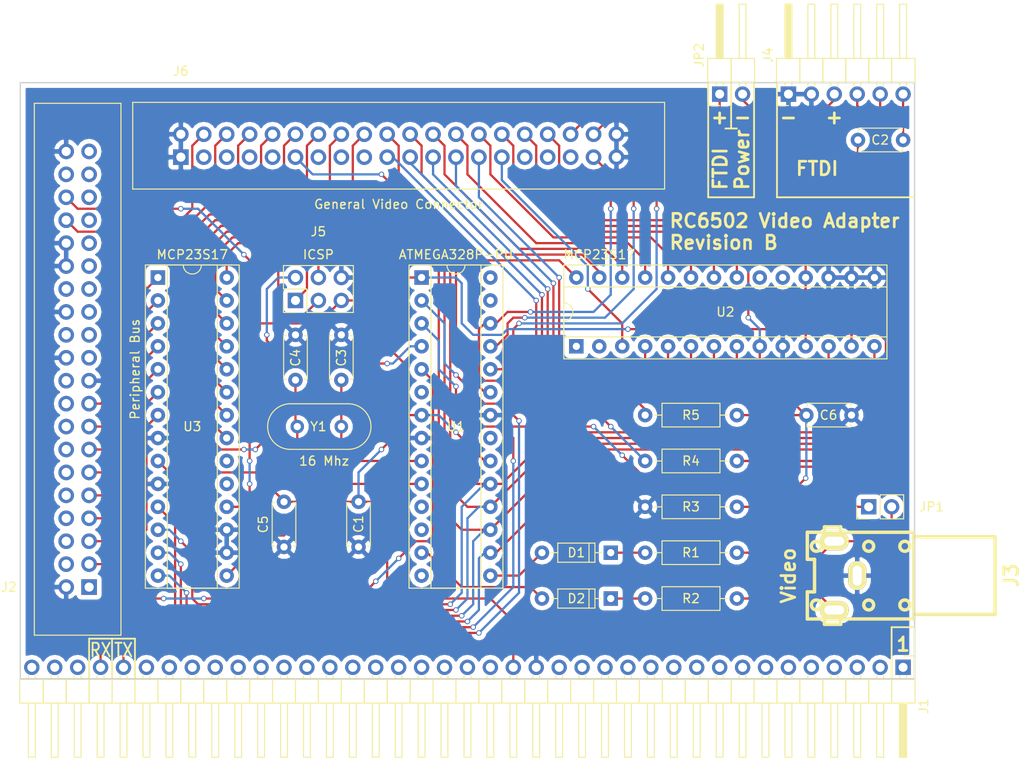
<source format=kicad_pcb>
(kicad_pcb (version 4) (host pcbnew 4.0.6)
  (layers (0 F.Cu signal) (31 B.Cu signal) (34 B.Paste user) (35 F.Paste user) (36 B.SilkS user hide) (37 F.SilkS user) (38 B.Mask user) (39 F.Mask user) (44 Edge.Cuts user))
  (net 0 "")
  (net 1 GND)
  (net 2 VCC)
  (net 3 "Net-(C2-Pad1)")
  (net 4 XTAL1)
  (net 5 XTAL2)
  (net 6 "Net-(D1-Pad1)")
  (net 7 RCA_SYNC)
  (net 8 "Net-(D2-Pad1)")
  (net 9 RCA_VIDEO)
  (net 10 TX)
  (net 11 OUT_DA)
  (net 12 OUT_RDA)
  (net 13 "Net-(J4-Pad3)")
  (net 14 "Net-(JP1-Pad1)")
  (net 15 "Net-(J3-Pad2)")
  (net 16 "Net-(J4-Pad4)")
  (net 17 P_RESET)
  (net 18 RX)
  (net 19 MISO)
  (net 20 SCK)
  (net 21 MOSI)
  (net 22 GV_CS)
  (net 23 GV_RW)
  (net 24 GV_DETECT)
  (net 25 GV_E)
  (net 26 OUT_D6)
  (net 27 OUT_D5)
  (net 28 OUT_D4)
  (net 29 OUT_D3)
  (net 30 OUT_D2)
  (net 31 OUT_D1)
  (net 32 OUT_D0)
  (net 33 GV_D0)
  (net 34 GV_D1)
  (net 35 GV_D2)
  (net 36 GV_D3)
  (net 37 GV_D4)
  (net 38 GV_D5)
  (net 39 GV_D6)
  (net 40 GV_D7)
  (net 41 GV_A8)
  (net 42 GV_A0)
  (net 43 GV_A9)
  (net 44 GV_A1)
  (net 45 GV_A10)
  (net 46 GV_A2)
  (net 47 GV_A11)
  (net 48 GV_A3)
  (net 49 GV_A12)
  (net 50 GV_A4)
  (net 51 GV_A13)
  (net 52 GV_A5)
  (net 53 GV_A6)
  (net 54 GV_A7)
  (net 55 SS)
  (module Housings_DIP:DIP-28_W7.62mm_Socket (layer F.Cu) (at 160.655 102.87)
    (fp_text reference U1 (at 3.81 16.51 180) (layer F.SilkS))
    (fp_text value ATMEGA328P-PU (at 3.81 -2.54 180) (layer F.SilkS))
    (pad 1 thru_hole rect (at 0 0) (size 1.6 1.6) (drill 0.8) (layers *.Cu *.Mask) (net 17 P_RESET))
    (pad 15 thru_hole oval (at 7.62 33.02) (size 1.6 1.6) (drill 0.8) (layers *.Cu *.Mask) (net 7 RCA_SYNC))
    (pad 2 thru_hole oval (at 0 2.54) (size 1.6 1.6) (drill 0.8) (layers *.Cu *.Mask) (net 10 TX))
    (pad 16 thru_hole oval (at 7.62 30.48) (size 1.6 1.6) (drill 0.8) (layers *.Cu *.Mask) (net 55 SS))
    (pad 3 thru_hole oval (at 0 5.08) (size 1.6 1.6) (drill 0.8) (layers *.Cu *.Mask) (net 18 RX))
    (pad 17 thru_hole oval (at 7.62 27.94) (size 1.6 1.6) (drill 0.8) (layers *.Cu *.Mask) (net 21 MOSI))
    (pad 4 thru_hole oval (at 0 7.62) (size 1.6 1.6) (drill 0.8) (layers *.Cu *.Mask) (net 12 OUT_RDA))
    (pad 18 thru_hole oval (at 7.62 25.4) (size 1.6 1.6) (drill 0.8) (layers *.Cu *.Mask) (net 19 MISO))
    (pad 5 thru_hole oval (at 0 10.16) (size 1.6 1.6) (drill 0.8) (layers *.Cu *.Mask) (net 11 OUT_DA))
    (pad 19 thru_hole oval (at 7.62 22.86) (size 1.6 1.6) (drill 0.8) (layers *.Cu *.Mask) (net 20 SCK))
    (pad 6 thru_hole oval (at 0 12.7) (size 1.6 1.6) (drill 0.8) (layers *.Cu *.Mask))
    (pad 20 thru_hole oval (at 7.62 20.32) (size 1.6 1.6) (drill 0.8) (layers *.Cu *.Mask) (net 2 VCC))
    (pad 7 thru_hole oval (at 0 15.24) (size 1.6 1.6) (drill 0.8) (layers *.Cu *.Mask) (net 2 VCC))
    (pad 21 thru_hole oval (at 7.62 17.78) (size 1.6 1.6) (drill 0.8) (layers *.Cu *.Mask))
    (pad 8 thru_hole oval (at 0 17.78) (size 1.6 1.6) (drill 0.8) (layers *.Cu *.Mask) (net 1 GND))
    (pad 22 thru_hole oval (at 7.62 15.24) (size 1.6 1.6) (drill 0.8) (layers *.Cu *.Mask) (net 1 GND))
    (pad 9 thru_hole oval (at 0 20.32) (size 1.6 1.6) (drill 0.8) (layers *.Cu *.Mask) (net 4 XTAL1))
    (pad 23 thru_hole oval (at 7.62 12.7) (size 1.6 1.6) (drill 0.8) (layers *.Cu *.Mask) (net 22 GV_CS))
    (pad 10 thru_hole oval (at 0 22.86) (size 1.6 1.6) (drill 0.8) (layers *.Cu *.Mask) (net 5 XTAL2))
    (pad 24 thru_hole oval (at 7.62 10.16) (size 1.6 1.6) (drill 0.8) (layers *.Cu *.Mask) (net 23 GV_RW))
    (pad 11 thru_hole oval (at 0 25.4) (size 1.6 1.6) (drill 0.8) (layers *.Cu *.Mask))
    (pad 25 thru_hole oval (at 7.62 7.62) (size 1.6 1.6) (drill 0.8) (layers *.Cu *.Mask) (net 25 GV_E))
    (pad 12 thru_hole oval (at 0 27.94) (size 1.6 1.6) (drill 0.8) (layers *.Cu *.Mask))
    (pad 26 thru_hole oval (at 7.62 5.08) (size 1.6 1.6) (drill 0.8) (layers *.Cu *.Mask) (net 24 GV_DETECT))
    (pad 13 thru_hole oval (at 0 30.48) (size 1.6 1.6) (drill 0.8) (layers *.Cu *.Mask) (net 9 RCA_VIDEO))
    (pad 27 thru_hole oval (at 7.62 2.54) (size 1.6 1.6) (drill 0.8) (layers *.Cu *.Mask))
    (pad 14 thru_hole oval (at 0 33.02) (size 1.6 1.6) (drill 0.8) (layers *.Cu *.Mask))
    (pad 28 thru_hole oval (at 7.62 0) (size 1.6 1.6) (drill 0.8) (layers *.Cu *.Mask))
  )
  (module Capacitors_THT:C_Disc_D4.7mm_W2.5mm_P5.00mm (layer F.Cu) (at 153.67 132.715 90)
    (fp_text reference C1 (at 2.54 0 90) (layer F.SilkS))
    (fp_text value 100nF)
    (pad 1 thru_hole circle (at 0 0 90) (size 1.6 1.6) (drill 0.8) (layers *.Cu *.Mask) (net 1 GND))
    (pad 2 thru_hole circle (at 5 0 90) (size 1.6 1.6) (drill 0.8) (layers *.Cu *.Mask) (net 2 VCC))
  )
  (module Capacitors_THT:C_Disc_D4.7mm_W2.5mm_P5.00mm (layer F.Cu) (at 213.995 87.63 180)
    (fp_text reference C2 (at 2.54 0 180) (layer F.SilkS))
    (fp_text value 100nF)
    (pad 1 thru_hole circle (at 0 0 180) (size 1.6 1.6) (drill 0.8) (layers *.Cu *.Mask) (net 3 "Net-(C2-Pad1)"))
    (pad 2 thru_hole circle (at 5 0 180) (size 1.6 1.6) (drill 0.8) (layers *.Cu *.Mask) (net 17 P_RESET))
  )
  (module Capacitors_THT:C_Disc_D4.7mm_W2.5mm_P5.00mm (layer F.Cu) (at 151.765 109.22 270)
    (fp_text reference C3 (at 2.54 0 270) (layer F.SilkS))
    (fp_text value 22pF)
    (pad 1 thru_hole circle (at 0 0 270) (size 1.6 1.6) (drill 0.8) (layers *.Cu *.Mask) (net 1 GND))
    (pad 2 thru_hole circle (at 5 0 270) (size 1.6 1.6) (drill 0.8) (layers *.Cu *.Mask) (net 4 XTAL1))
  )
  (module Capacitors_THT:C_Disc_D4.7mm_W2.5mm_P5.00mm (layer F.Cu) (at 146.685 109.22 270)
    (fp_text reference C4 (at 2.54 0 270) (layer F.SilkS))
    (fp_text value 22pF)
    (pad 1 thru_hole circle (at 0 0 270) (size 1.6 1.6) (drill 0.8) (layers *.Cu *.Mask) (net 1 GND))
    (pad 2 thru_hole circle (at 5 0 270) (size 1.6 1.6) (drill 0.8) (layers *.Cu *.Mask) (net 5 XTAL2))
  )
  (module Diodes_THT:D_DO-35_SOD27_P7.62mm_Horizontal (layer F.Cu) (at 181.61 133.35 180)
    (fp_text reference D1 (at 3.81 0 180) (layer F.SilkS))
    (fp_text value 1N4848)
    (pad 1 thru_hole rect (at 0 0 180) (size 1.6 1.6) (drill 0.8) (layers *.Cu *.Mask) (net 6 "Net-(D1-Pad1)"))
    (pad 2 thru_hole oval (at 7.62 0 180) (size 1.6 1.6) (drill 0.8) (layers *.Cu *.Mask) (net 7 RCA_SYNC))
  )
  (module Diodes_THT:D_DO-35_SOD27_P7.62mm_Horizontal (layer F.Cu) (at 181.61 138.43 180)
    (fp_text reference D2 (at 3.81 0 180) (layer F.SilkS))
    (fp_text value 1N4848)
    (pad 1 thru_hole rect (at 0 0 180) (size 1.6 1.6) (drill 0.8) (layers *.Cu *.Mask) (net 8 "Net-(D2-Pad1)"))
    (pad 2 thru_hole oval (at 7.62 0 180) (size 1.6 1.6) (drill 0.8) (layers *.Cu *.Mask) (net 9 RCA_VIDEO))
  )
  (module Pin_Headers:Pin_Header_Angled_1x39_Pitch2.54mm (layer F.Cu) (at 213.995 146.05 270)
    (fp_text reference J1 (at 4.315 -2.27 270) (layer F.SilkS))
    (fp_text value CONN_01X39)
    (pad 1 thru_hole rect (at 0 0 270) (size 1.7 1.7) (drill 1) (layers *.Cu *.Mask))
    (pad 2 thru_hole oval (at 0 2.54 270) (size 1.7 1.7) (drill 1) (layers *.Cu *.Mask))
    (pad 3 thru_hole oval (at 0 5.08 270) (size 1.7 1.7) (drill 1) (layers *.Cu *.Mask))
    (pad 4 thru_hole oval (at 0 7.62 270) (size 1.7 1.7) (drill 1) (layers *.Cu *.Mask))
    (pad 5 thru_hole oval (at 0 10.16 270) (size 1.7 1.7) (drill 1) (layers *.Cu *.Mask))
    (pad 6 thru_hole oval (at 0 12.7 270) (size 1.7 1.7) (drill 1) (layers *.Cu *.Mask))
    (pad 7 thru_hole oval (at 0 15.24 270) (size 1.7 1.7) (drill 1) (layers *.Cu *.Mask))
    (pad 8 thru_hole oval (at 0 17.78 270) (size 1.7 1.7) (drill 1) (layers *.Cu *.Mask))
    (pad 9 thru_hole oval (at 0 20.32 270) (size 1.7 1.7) (drill 1) (layers *.Cu *.Mask))
    (pad 10 thru_hole oval (at 0 22.86 270) (size 1.7 1.7) (drill 1) (layers *.Cu *.Mask))
    (pad 11 thru_hole oval (at 0 25.4 270) (size 1.7 1.7) (drill 1) (layers *.Cu *.Mask))
    (pad 12 thru_hole oval (at 0 27.94 270) (size 1.7 1.7) (drill 1) (layers *.Cu *.Mask))
    (pad 13 thru_hole oval (at 0 30.48 270) (size 1.7 1.7) (drill 1) (layers *.Cu *.Mask))
    (pad 14 thru_hole oval (at 0 33.02 270) (size 1.7 1.7) (drill 1) (layers *.Cu *.Mask))
    (pad 15 thru_hole oval (at 0 35.56 270) (size 1.7 1.7) (drill 1) (layers *.Cu *.Mask))
    (pad 16 thru_hole oval (at 0 38.1 270) (size 1.7 1.7) (drill 1) (layers *.Cu *.Mask))
    (pad 17 thru_hole oval (at 0 40.64 270) (size 1.7 1.7) (drill 1) (layers *.Cu *.Mask) (net 1 GND))
    (pad 18 thru_hole oval (at 0 43.18 270) (size 1.7 1.7) (drill 1) (layers *.Cu *.Mask) (net 2 VCC))
    (pad 19 thru_hole oval (at 0 45.72 270) (size 1.7 1.7) (drill 1) (layers *.Cu *.Mask))
    (pad 20 thru_hole oval (at 0 48.26 270) (size 1.7 1.7) (drill 1) (layers *.Cu *.Mask))
    (pad 21 thru_hole oval (at 0 50.8 270) (size 1.7 1.7) (drill 1) (layers *.Cu *.Mask))
    (pad 22 thru_hole oval (at 0 53.34 270) (size 1.7 1.7) (drill 1) (layers *.Cu *.Mask))
    (pad 23 thru_hole oval (at 0 55.88 270) (size 1.7 1.7) (drill 1) (layers *.Cu *.Mask))
    (pad 24 thru_hole oval (at 0 58.42 270) (size 1.7 1.7) (drill 1) (layers *.Cu *.Mask))
    (pad 25 thru_hole oval (at 0 60.96 270) (size 1.7 1.7) (drill 1) (layers *.Cu *.Mask))
    (pad 26 thru_hole oval (at 0 63.5 270) (size 1.7 1.7) (drill 1) (layers *.Cu *.Mask))
    (pad 27 thru_hole oval (at 0 66.04 270) (size 1.7 1.7) (drill 1) (layers *.Cu *.Mask))
    (pad 28 thru_hole oval (at 0 68.58 270) (size 1.7 1.7) (drill 1) (layers *.Cu *.Mask))
    (pad 29 thru_hole oval (at 0 71.12 270) (size 1.7 1.7) (drill 1) (layers *.Cu *.Mask))
    (pad 30 thru_hole oval (at 0 73.66 270) (size 1.7 1.7) (drill 1) (layers *.Cu *.Mask))
    (pad 31 thru_hole oval (at 0 76.2 270) (size 1.7 1.7) (drill 1) (layers *.Cu *.Mask))
    (pad 32 thru_hole oval (at 0 78.74 270) (size 1.7 1.7) (drill 1) (layers *.Cu *.Mask))
    (pad 33 thru_hole oval (at 0 81.28 270) (size 1.7 1.7) (drill 1) (layers *.Cu *.Mask))
    (pad 34 thru_hole oval (at 0 83.82 270) (size 1.7 1.7) (drill 1) (layers *.Cu *.Mask))
    (pad 35 thru_hole oval (at 0 86.36 270) (size 1.7 1.7) (drill 1) (layers *.Cu *.Mask) (net 10 TX))
    (pad 36 thru_hole oval (at 0 88.9 270) (size 1.7 1.7) (drill 1) (layers *.Cu *.Mask) (net 18 RX))
    (pad 37 thru_hole oval (at 0 91.44 270) (size 1.7 1.7) (drill 1) (layers *.Cu *.Mask))
    (pad 38 thru_hole oval (at 0 93.98 270) (size 1.7 1.7) (drill 1) (layers *.Cu *.Mask))
    (pad 39 thru_hole oval (at 0 96.52 270) (size 1.7 1.7) (drill 1) (layers *.Cu *.Mask))
  )
  (module Connectors:IDC_Header_Straight_40pins (layer F.Cu) (at 123.825 137.16 90)
    (fp_text reference J2 (at 0 -8.89 180) (layer F.SilkS))
    (fp_text value "Peripheral Bus" (at 24.13 5.08 90) (layer F.SilkS))
    (pad 1 thru_hole rect (at 0 0 90) (size 1.7272 1.7272) (drill 1.016) (layers *.Cu *.Mask))
    (pad 2 thru_hole oval (at 0 -2.54 90) (size 1.7272 1.7272) (drill 1.016) (layers *.Cu *.Mask) (net 1 GND))
    (pad 3 thru_hole oval (at 2.54 0 90) (size 1.7272 1.7272) (drill 1.016) (layers *.Cu *.Mask) (net 11 OUT_DA))
    (pad 4 thru_hole oval (at 2.54 -2.54 90) (size 1.7272 1.7272) (drill 1.016) (layers *.Cu *.Mask))
    (pad 5 thru_hole oval (at 5.08 0 90) (size 1.7272 1.7272) (drill 1.016) (layers *.Cu *.Mask) (net 26 OUT_D6))
    (pad 6 thru_hole oval (at 5.08 -2.54 90) (size 1.7272 1.7272) (drill 1.016) (layers *.Cu *.Mask))
    (pad 7 thru_hole oval (at 7.62 0 90) (size 1.7272 1.7272) (drill 1.016) (layers *.Cu *.Mask) (net 27 OUT_D5))
    (pad 8 thru_hole oval (at 7.62 -2.54 90) (size 1.7272 1.7272) (drill 1.016) (layers *.Cu *.Mask))
    (pad 9 thru_hole oval (at 10.16 0 90) (size 1.7272 1.7272) (drill 1.016) (layers *.Cu *.Mask) (net 28 OUT_D4))
    (pad 10 thru_hole oval (at 10.16 -2.54 90) (size 1.7272 1.7272) (drill 1.016) (layers *.Cu *.Mask))
    (pad 11 thru_hole oval (at 12.7 0 90) (size 1.7272 1.7272) (drill 1.016) (layers *.Cu *.Mask) (net 29 OUT_D3))
    (pad 12 thru_hole oval (at 12.7 -2.54 90) (size 1.7272 1.7272) (drill 1.016) (layers *.Cu *.Mask))
    (pad 13 thru_hole oval (at 15.24 0 90) (size 1.7272 1.7272) (drill 1.016) (layers *.Cu *.Mask) (net 30 OUT_D2))
    (pad 14 thru_hole oval (at 15.24 -2.54 90) (size 1.7272 1.7272) (drill 1.016) (layers *.Cu *.Mask))
    (pad 15 thru_hole oval (at 17.78 0 90) (size 1.7272 1.7272) (drill 1.016) (layers *.Cu *.Mask) (net 31 OUT_D1))
    (pad 16 thru_hole oval (at 17.78 -2.54 90) (size 1.7272 1.7272) (drill 1.016) (layers *.Cu *.Mask))
    (pad 17 thru_hole oval (at 20.32 0 90) (size 1.7272 1.7272) (drill 1.016) (layers *.Cu *.Mask) (net 32 OUT_D0))
    (pad 18 thru_hole oval (at 20.32 -2.54 90) (size 1.7272 1.7272) (drill 1.016) (layers *.Cu *.Mask))
    (pad 19 thru_hole oval (at 22.86 0 90) (size 1.7272 1.7272) (drill 1.016) (layers *.Cu *.Mask) (net 1 GND))
    (pad 20 thru_hole oval (at 22.86 -2.54 90) (size 1.7272 1.7272) (drill 1.016) (layers *.Cu *.Mask))
    (pad 21 thru_hole oval (at 25.4 0 90) (size 1.7272 1.7272) (drill 1.016) (layers *.Cu *.Mask))
    (pad 22 thru_hole oval (at 25.4 -2.54 90) (size 1.7272 1.7272) (drill 1.016) (layers *.Cu *.Mask) (net 1 GND))
    (pad 23 thru_hole oval (at 27.94 0 90) (size 1.7272 1.7272) (drill 1.016) (layers *.Cu *.Mask))
    (pad 24 thru_hole oval (at 27.94 -2.54 90) (size 1.7272 1.7272) (drill 1.016) (layers *.Cu *.Mask))
    (pad 25 thru_hole oval (at 30.48 0 90) (size 1.7272 1.7272) (drill 1.016) (layers *.Cu *.Mask))
    (pad 26 thru_hole oval (at 30.48 -2.54 90) (size 1.7272 1.7272) (drill 1.016) (layers *.Cu *.Mask) (net 1 GND))
    (pad 27 thru_hole oval (at 33.02 0 90) (size 1.7272 1.7272) (drill 1.016) (layers *.Cu *.Mask))
    (pad 28 thru_hole oval (at 33.02 -2.54 90) (size 1.7272 1.7272) (drill 1.016) (layers *.Cu *.Mask))
    (pad 29 thru_hole oval (at 35.56 0 90) (size 1.7272 1.7272) (drill 1.016) (layers *.Cu *.Mask))
    (pad 30 thru_hole oval (at 35.56 -2.54 90) (size 1.7272 1.7272) (drill 1.016) (layers *.Cu *.Mask) (net 1 GND))
    (pad 31 thru_hole oval (at 38.1 0 90) (size 1.7272 1.7272) (drill 1.016) (layers *.Cu *.Mask))
    (pad 32 thru_hole oval (at 38.1 -2.54 90) (size 1.7272 1.7272) (drill 1.016) (layers *.Cu *.Mask) (net 1 GND))
    (pad 33 thru_hole oval (at 40.64 0 90) (size 1.7272 1.7272) (drill 1.016) (layers *.Cu *.Mask))
    (pad 34 thru_hole oval (at 40.64 -2.54 90) (size 1.7272 1.7272) (drill 1.016) (layers *.Cu *.Mask) (net 12 OUT_RDA))
    (pad 35 thru_hole oval (at 43.18 0 90) (size 1.7272 1.7272) (drill 1.016) (layers *.Cu *.Mask))
    (pad 36 thru_hole oval (at 43.18 -2.54 90) (size 1.7272 1.7272) (drill 1.016) (layers *.Cu *.Mask) (net 17 P_RESET))
    (pad 37 thru_hole oval (at 45.72 0 90) (size 1.7272 1.7272) (drill 1.016) (layers *.Cu *.Mask))
    (pad 38 thru_hole oval (at 45.72 -2.54 90) (size 1.7272 1.7272) (drill 1.016) (layers *.Cu *.Mask))
    (pad 39 thru_hole oval (at 48.26 0 90) (size 1.7272 1.7272) (drill 1.016) (layers *.Cu *.Mask))
    (pad 40 thru_hole oval (at 48.26 -2.54 90) (size 1.7272 1.7272) (drill 1.016) (layers *.Cu *.Mask) (net 1 GND))
  )
  (module Pin_Headers:Pin_Header_Angled_1x06_Pitch2.54mm (layer F.Cu) (at 201.295 82.55 90)
    (fp_text reference J4 (at 4.315 -2.27 90) (layer F.SilkS))
    (fp_text value FTDI)
    (pad 1 thru_hole rect (at 0 0 90) (size 1.7 1.7) (drill 1) (layers *.Cu *.Mask) (net 1 GND))
    (pad 2 thru_hole oval (at 0 2.54 90) (size 1.7 1.7) (drill 1) (layers *.Cu *.Mask) (net 1 GND))
    (pad 3 thru_hole oval (at 0 5.08 90) (size 1.7 1.7) (drill 1) (layers *.Cu *.Mask) (net 13 "Net-(J4-Pad3)"))
    (pad 4 thru_hole oval (at 0 7.62 90) (size 1.7 1.7) (drill 1) (layers *.Cu *.Mask) (net 16 "Net-(J4-Pad4)"))
    (pad 5 thru_hole oval (at 0 10.16 90) (size 1.7 1.7) (drill 1) (layers *.Cu *.Mask) (net 18 RX))
    (pad 6 thru_hole oval (at 0 12.7 90) (size 1.7 1.7) (drill 1) (layers *.Cu *.Mask) (net 3 "Net-(C2-Pad1)"))
  )
  (module Pin_Headers:Pin_Header_Straight_2x03_Pitch2.54mm (layer F.Cu) (at 146.685 105.41 90)
    (fp_text reference J5 (at 7.62 2.54 180) (layer F.SilkS))
    (fp_text value ICSP (at 5.08 2.54 180) (layer F.SilkS))
    (pad 1 thru_hole rect (at 0 0 90) (size 1.7 1.7) (drill 1) (layers *.Cu *.Mask) (net 19 MISO))
    (pad 2 thru_hole oval (at 2.54 0 90) (size 1.7 1.7) (drill 1) (layers *.Cu *.Mask) (net 2 VCC))
    (pad 3 thru_hole oval (at 0 2.54 90) (size 1.7 1.7) (drill 1) (layers *.Cu *.Mask) (net 20 SCK))
    (pad 4 thru_hole oval (at 2.54 2.54 90) (size 1.7 1.7) (drill 1) (layers *.Cu *.Mask) (net 21 MOSI))
    (pad 5 thru_hole oval (at 0 5.08 90) (size 1.7 1.7) (drill 1) (layers *.Cu *.Mask) (net 17 P_RESET))
    (pad 6 thru_hole oval (at 2.54 5.08 90) (size 1.7 1.7) (drill 1) (layers *.Cu *.Mask) (net 1 GND))
  )
  (module Pin_Headers:Pin_Header_Angled_1x02_Pitch2.54mm (layer F.Cu) (at 193.675 82.55 90)
    (fp_text reference JP2 (at 4.315 -2.27 90) (layer F.SilkS))
    (fp_text value Power)
    (pad 1 thru_hole rect (at 0 0 90) (size 1.7 1.7) (drill 1) (layers *.Cu *.Mask) (net 2 VCC))
    (pad 2 thru_hole oval (at 0 2.54 90) (size 1.7 1.7) (drill 1) (layers *.Cu *.Mask) (net 13 "Net-(J4-Pad3)"))
  )
  (module Resistors_THT:R_Axial_DIN0207_L6.3mm_D2.5mm_P10.16mm_Horizontal (layer F.Cu) (at 195.58 133.35 180)
    (fp_text reference R1 (at 5.08 0 180) (layer F.SilkS))
    (fp_text value 1k)
    (pad 1 thru_hole circle (at 0 0 180) (size 1.6 1.6) (drill 0.8) (layers *.Cu *.Mask) (net 15 "Net-(J3-Pad2)"))
    (pad 2 thru_hole oval (at 10.16 0 180) (size 1.6 1.6) (drill 0.8) (layers *.Cu *.Mask) (net 6 "Net-(D1-Pad1)"))
  )
  (module Resistors_THT:R_Axial_DIN0207_L6.3mm_D2.5mm_P10.16mm_Horizontal (layer F.Cu) (at 195.58 138.43 180)
    (fp_text reference R2 (at 5.08 0 180) (layer F.SilkS))
    (fp_text value 330)
    (pad 1 thru_hole circle (at 0 0 180) (size 1.6 1.6) (drill 0.8) (layers *.Cu *.Mask) (net 15 "Net-(J3-Pad2)"))
    (pad 2 thru_hole oval (at 10.16 0 180) (size 1.6 1.6) (drill 0.8) (layers *.Cu *.Mask) (net 8 "Net-(D2-Pad1)"))
  )
  (module Resistors_THT:R_Axial_DIN0207_L6.3mm_D2.5mm_P10.16mm_Horizontal (layer F.Cu) (at 185.42 128.27)
    (fp_text reference R3 (at 5.08 0) (layer F.SilkS))
    (fp_text value 75)
    (pad 1 thru_hole circle (at 0 0) (size 1.6 1.6) (drill 0.8) (layers *.Cu *.Mask) (net 1 GND))
    (pad 2 thru_hole oval (at 10.16 0) (size 1.6 1.6) (drill 0.8) (layers *.Cu *.Mask) (net 14 "Net-(JP1-Pad1)"))
  )
  (module Resistors_THT:R_Axial_DIN0207_L6.3mm_D2.5mm_P10.16mm_Horizontal (layer F.Cu) (at 195.58 123.19 180)
    (fp_text reference R4 (at 5.08 0 180) (layer F.SilkS))
    (fp_text value 10k)
    (pad 1 thru_hole circle (at 0 0 180) (size 1.6 1.6) (drill 0.8) (layers *.Cu *.Mask) (net 16 "Net-(J4-Pad4)"))
    (pad 2 thru_hole oval (at 10.16 0 180) (size 1.6 1.6) (drill 0.8) (layers *.Cu *.Mask) (net 10 TX))
  )
  (module Crystals:Crystal_HC49-4H_Vertical (layer F.Cu) (at 151.765 119.38 180)
    (fp_text reference Y1 (at 2.54 0 180) (layer F.SilkS))
    (fp_text value "16 Mhz" (at 1.905 -3.81 180) (layer F.SilkS))
    (pad 1 thru_hole circle (at 0 0 180) (size 1.5 1.5) (drill 0.8) (layers *.Cu *.Mask) (net 4 XTAL1))
    (pad 2 thru_hole circle (at 4.88 0 180) (size 1.5 1.5) (drill 0.8) (layers *.Cu *.Mask) (net 5 XTAL2))
  )
  (module Pin_Headers:Pin_Header_Straight_1x02_Pitch2.54mm (layer F.Cu) (at 210.185 128.27 90)
    (fp_text reference JP1 (at 0 6.985 180) (layer F.SilkS))
    (fp_text value PullDown)
    (pad 1 thru_hole rect (at 0 0 90) (size 1.7 1.7) (drill 1) (layers *.Cu *.Mask) (net 14 "Net-(JP1-Pad1)"))
    (pad 2 thru_hole oval (at 0 2.54 90) (size 1.7 1.7) (drill 1) (layers *.Cu *.Mask) (net 15 "Net-(J3-Pad2)"))
  )
  (module Connectors:IDC_Header_Straight_40pins (layer F.Cu) (at 133.985 89.535)
    (fp_text reference J6 (at 0 -9.525) (layer F.SilkS))
    (fp_text value "General Video Connector" (at 24.13 5.223) (layer F.SilkS))
    (pad 1 thru_hole rect (at 0 0) (size 1.7272 1.7272) (drill 1.016) (layers *.Cu *.Mask) (net 1 GND))
    (pad 2 thru_hole oval (at 0 -2.54) (size 1.7272 1.7272) (drill 1.016) (layers *.Cu *.Mask) (net 1 GND))
    (pad 3 thru_hole oval (at 2.54 0) (size 1.7272 1.7272) (drill 1.016) (layers *.Cu *.Mask))
    (pad 4 thru_hole oval (at 2.54 -2.54) (size 1.7272 1.7272) (drill 1.016) (layers *.Cu *.Mask) (net 33 GV_D0))
    (pad 5 thru_hole oval (at 5.08 0) (size 1.7272 1.7272) (drill 1.016) (layers *.Cu *.Mask))
    (pad 6 thru_hole oval (at 5.08 -2.54) (size 1.7272 1.7272) (drill 1.016) (layers *.Cu *.Mask) (net 34 GV_D1))
    (pad 7 thru_hole oval (at 7.62 0) (size 1.7272 1.7272) (drill 1.016) (layers *.Cu *.Mask))
    (pad 8 thru_hole oval (at 7.62 -2.54) (size 1.7272 1.7272) (drill 1.016) (layers *.Cu *.Mask) (net 35 GV_D2))
    (pad 9 thru_hole oval (at 10.16 0) (size 1.7272 1.7272) (drill 1.016) (layers *.Cu *.Mask))
    (pad 10 thru_hole oval (at 10.16 -2.54) (size 1.7272 1.7272) (drill 1.016) (layers *.Cu *.Mask) (net 36 GV_D3))
    (pad 11 thru_hole oval (at 12.7 0) (size 1.7272 1.7272) (drill 1.016) (layers *.Cu *.Mask) (net 22 GV_CS))
    (pad 12 thru_hole oval (at 12.7 -2.54) (size 1.7272 1.7272) (drill 1.016) (layers *.Cu *.Mask) (net 37 GV_D4))
    (pad 13 thru_hole oval (at 15.24 0) (size 1.7272 1.7272) (drill 1.016) (layers *.Cu *.Mask))
    (pad 14 thru_hole oval (at 15.24 -2.54) (size 1.7272 1.7272) (drill 1.016) (layers *.Cu *.Mask) (net 38 GV_D5))
    (pad 15 thru_hole oval (at 17.78 0) (size 1.7272 1.7272) (drill 1.016) (layers *.Cu *.Mask))
    (pad 16 thru_hole oval (at 17.78 -2.54) (size 1.7272 1.7272) (drill 1.016) (layers *.Cu *.Mask) (net 39 GV_D6))
    (pad 17 thru_hole oval (at 20.32 0) (size 1.7272 1.7272) (drill 1.016) (layers *.Cu *.Mask))
    (pad 18 thru_hole oval (at 20.32 -2.54) (size 1.7272 1.7272) (drill 1.016) (layers *.Cu *.Mask) (net 40 GV_D7))
    (pad 19 thru_hole oval (at 22.86 0) (size 1.7272 1.7272) (drill 1.016) (layers *.Cu *.Mask) (net 41 GV_A8))
    (pad 20 thru_hole oval (at 22.86 -2.54) (size 1.7272 1.7272) (drill 1.016) (layers *.Cu *.Mask) (net 42 GV_A0))
    (pad 21 thru_hole oval (at 25.4 0) (size 1.7272 1.7272) (drill 1.016) (layers *.Cu *.Mask) (net 43 GV_A9))
    (pad 22 thru_hole oval (at 25.4 -2.54) (size 1.7272 1.7272) (drill 1.016) (layers *.Cu *.Mask) (net 44 GV_A1))
    (pad 23 thru_hole oval (at 27.94 0) (size 1.7272 1.7272) (drill 1.016) (layers *.Cu *.Mask) (net 45 GV_A10))
    (pad 24 thru_hole oval (at 27.94 -2.54) (size 1.7272 1.7272) (drill 1.016) (layers *.Cu *.Mask) (net 46 GV_A2))
    (pad 25 thru_hole oval (at 30.48 0) (size 1.7272 1.7272) (drill 1.016) (layers *.Cu *.Mask) (net 47 GV_A11))
    (pad 26 thru_hole oval (at 30.48 -2.54) (size 1.7272 1.7272) (drill 1.016) (layers *.Cu *.Mask) (net 48 GV_A3))
    (pad 27 thru_hole oval (at 33.02 0) (size 1.7272 1.7272) (drill 1.016) (layers *.Cu *.Mask) (net 49 GV_A12))
    (pad 28 thru_hole oval (at 33.02 -2.54) (size 1.7272 1.7272) (drill 1.016) (layers *.Cu *.Mask) (net 50 GV_A4))
    (pad 29 thru_hole oval (at 35.56 0) (size 1.7272 1.7272) (drill 1.016) (layers *.Cu *.Mask) (net 51 GV_A13))
    (pad 30 thru_hole oval (at 35.56 -2.54) (size 1.7272 1.7272) (drill 1.016) (layers *.Cu *.Mask) (net 52 GV_A5))
    (pad 31 thru_hole oval (at 38.1 0) (size 1.7272 1.7272) (drill 1.016) (layers *.Cu *.Mask))
    (pad 32 thru_hole oval (at 38.1 -2.54) (size 1.7272 1.7272) (drill 1.016) (layers *.Cu *.Mask) (net 53 GV_A6))
    (pad 33 thru_hole oval (at 40.64 0) (size 1.7272 1.7272) (drill 1.016) (layers *.Cu *.Mask))
    (pad 34 thru_hole oval (at 40.64 -2.54) (size 1.7272 1.7272) (drill 1.016) (layers *.Cu *.Mask) (net 54 GV_A7))
    (pad 35 thru_hole oval (at 43.18 0) (size 1.7272 1.7272) (drill 1.016) (layers *.Cu *.Mask))
    (pad 36 thru_hole oval (at 43.18 -2.54) (size 1.7272 1.7272) (drill 1.016) (layers *.Cu *.Mask) (net 23 GV_RW))
    (pad 37 thru_hole oval (at 45.72 0) (size 1.7272 1.7272) (drill 1.016) (layers *.Cu *.Mask) (net 24 GV_DETECT))
    (pad 38 thru_hole oval (at 45.72 -2.54) (size 1.7272 1.7272) (drill 1.016) (layers *.Cu *.Mask) (net 25 GV_E))
    (pad 39 thru_hole oval (at 48.26 0) (size 1.7272 1.7272) (drill 1.016) (layers *.Cu *.Mask) (net 1 GND))
    (pad 40 thru_hole oval (at 48.26 -2.54) (size 1.7272 1.7272) (drill 1.016) (layers *.Cu *.Mask) (net 1 GND))
  )
  (module Resistors_THT:R_Axial_DIN0207_L6.3mm_D2.5mm_P10.16mm_Horizontal (layer F.Cu) (at 185.42 118.11)
    (fp_text reference R5 (at 5.08 0) (layer F.SilkS))
    (fp_text value 10k)
    (pad 1 thru_hole circle (at 0 0) (size 1.6 1.6) (drill 0.8) (layers *.Cu *.Mask) (net 24 GV_DETECT))
    (pad 2 thru_hole oval (at 10.16 0) (size 1.6 1.6) (drill 0.8) (layers *.Cu *.Mask) (net 2 VCC))
  )
  (module Housings_DIP:DIP-28_W7.62mm_Socket (layer F.Cu) (at 177.8 110.49 90)
    (fp_text reference U2 (at 3.81 16.51 180) (layer F.SilkS))
    (fp_text value MCP23S17 (at 10.16 2.54 180) (layer F.SilkS))
    (pad 1 thru_hole rect (at 0 0 90) (size 1.6 1.6) (drill 0.8) (layers *.Cu *.Mask))
    (pad 15 thru_hole oval (at 7.62 33.02 90) (size 1.6 1.6) (drill 0.8) (layers *.Cu *.Mask) (net 1 GND))
    (pad 2 thru_hole oval (at 0 2.54 90) (size 1.6 1.6) (drill 0.8) (layers *.Cu *.Mask))
    (pad 16 thru_hole oval (at 7.62 30.48 90) (size 1.6 1.6) (drill 0.8) (layers *.Cu *.Mask) (net 1 GND))
    (pad 3 thru_hole oval (at 0 5.08 90) (size 1.6 1.6) (drill 0.8) (layers *.Cu *.Mask) (net 51 GV_A13))
    (pad 17 thru_hole oval (at 7.62 27.94 90) (size 1.6 1.6) (drill 0.8) (layers *.Cu *.Mask) (net 1 GND))
    (pad 4 thru_hole oval (at 0 7.62 90) (size 1.6 1.6) (drill 0.8) (layers *.Cu *.Mask) (net 49 GV_A12))
    (pad 18 thru_hole oval (at 7.62 25.4 90) (size 1.6 1.6) (drill 0.8) (layers *.Cu *.Mask) (net 17 P_RESET))
    (pad 5 thru_hole oval (at 0 10.16 90) (size 1.6 1.6) (drill 0.8) (layers *.Cu *.Mask) (net 47 GV_A11))
    (pad 19 thru_hole oval (at 7.62 22.86 90) (size 1.6 1.6) (drill 0.8) (layers *.Cu *.Mask))
    (pad 6 thru_hole oval (at 0 12.7 90) (size 1.6 1.6) (drill 0.8) (layers *.Cu *.Mask) (net 45 GV_A10))
    (pad 20 thru_hole oval (at 7.62 20.32 90) (size 1.6 1.6) (drill 0.8) (layers *.Cu *.Mask))
    (pad 7 thru_hole oval (at 0 15.24 90) (size 1.6 1.6) (drill 0.8) (layers *.Cu *.Mask) (net 43 GV_A9))
    (pad 21 thru_hole oval (at 7.62 17.78 90) (size 1.6 1.6) (drill 0.8) (layers *.Cu *.Mask) (net 54 GV_A7))
    (pad 8 thru_hole oval (at 0 17.78 90) (size 1.6 1.6) (drill 0.8) (layers *.Cu *.Mask) (net 41 GV_A8))
    (pad 22 thru_hole oval (at 7.62 15.24 90) (size 1.6 1.6) (drill 0.8) (layers *.Cu *.Mask) (net 53 GV_A6))
    (pad 9 thru_hole oval (at 0 20.32 90) (size 1.6 1.6) (drill 0.8) (layers *.Cu *.Mask) (net 2 VCC))
    (pad 23 thru_hole oval (at 7.62 12.7 90) (size 1.6 1.6) (drill 0.8) (layers *.Cu *.Mask) (net 52 GV_A5))
    (pad 10 thru_hole oval (at 0 22.86 90) (size 1.6 1.6) (drill 0.8) (layers *.Cu *.Mask) (net 1 GND))
    (pad 24 thru_hole oval (at 7.62 10.16 90) (size 1.6 1.6) (drill 0.8) (layers *.Cu *.Mask) (net 50 GV_A4))
    (pad 11 thru_hole oval (at 0 25.4 90) (size 1.6 1.6) (drill 0.8) (layers *.Cu *.Mask) (net 55 SS))
    (pad 25 thru_hole oval (at 7.62 7.62 90) (size 1.6 1.6) (drill 0.8) (layers *.Cu *.Mask) (net 48 GV_A3))
    (pad 12 thru_hole oval (at 0 27.94 90) (size 1.6 1.6) (drill 0.8) (layers *.Cu *.Mask) (net 20 SCK))
    (pad 26 thru_hole oval (at 7.62 5.08 90) (size 1.6 1.6) (drill 0.8) (layers *.Cu *.Mask) (net 46 GV_A2))
    (pad 13 thru_hole oval (at 0 30.48 90) (size 1.6 1.6) (drill 0.8) (layers *.Cu *.Mask) (net 21 MOSI))
    (pad 27 thru_hole oval (at 7.62 2.54 90) (size 1.6 1.6) (drill 0.8) (layers *.Cu *.Mask) (net 44 GV_A1))
    (pad 14 thru_hole oval (at 0 33.02 90) (size 1.6 1.6) (drill 0.8) (layers *.Cu *.Mask) (net 19 MISO))
    (pad 28 thru_hole oval (at 7.62 0 90) (size 1.6 1.6) (drill 0.8) (layers *.Cu *.Mask) (net 42 GV_A0))
  )
  (module Housings_DIP:DIP-28_W7.62mm_Socket (layer F.Cu) (at 131.445 102.87)
    (fp_text reference U3 (at 3.81 16.51) (layer F.SilkS))
    (fp_text value MCP23S17 (at 3.81 -2.54 180) (layer F.SilkS))
    (pad 1 thru_hole rect (at 0 0) (size 1.6 1.6) (drill 0.8) (layers *.Cu *.Mask) (net 32 OUT_D0))
    (pad 15 thru_hole oval (at 7.62 33.02) (size 1.6 1.6) (drill 0.8) (layers *.Cu *.Mask) (net 2 VCC))
    (pad 2 thru_hole oval (at 0 2.54) (size 1.6 1.6) (drill 0.8) (layers *.Cu *.Mask) (net 31 OUT_D1))
    (pad 16 thru_hole oval (at 7.62 30.48) (size 1.6 1.6) (drill 0.8) (layers *.Cu *.Mask) (net 1 GND))
    (pad 3 thru_hole oval (at 0 5.08) (size 1.6 1.6) (drill 0.8) (layers *.Cu *.Mask) (net 30 OUT_D2))
    (pad 17 thru_hole oval (at 7.62 27.94) (size 1.6 1.6) (drill 0.8) (layers *.Cu *.Mask) (net 1 GND))
    (pad 4 thru_hole oval (at 0 7.62) (size 1.6 1.6) (drill 0.8) (layers *.Cu *.Mask) (net 29 OUT_D3))
    (pad 18 thru_hole oval (at 7.62 25.4) (size 1.6 1.6) (drill 0.8) (layers *.Cu *.Mask) (net 17 P_RESET))
    (pad 5 thru_hole oval (at 0 10.16) (size 1.6 1.6) (drill 0.8) (layers *.Cu *.Mask) (net 28 OUT_D4))
    (pad 19 thru_hole oval (at 7.62 22.86) (size 1.6 1.6) (drill 0.8) (layers *.Cu *.Mask))
    (pad 6 thru_hole oval (at 0 12.7) (size 1.6 1.6) (drill 0.8) (layers *.Cu *.Mask) (net 27 OUT_D5))
    (pad 20 thru_hole oval (at 7.62 20.32) (size 1.6 1.6) (drill 0.8) (layers *.Cu *.Mask))
    (pad 7 thru_hole oval (at 0 15.24) (size 1.6 1.6) (drill 0.8) (layers *.Cu *.Mask) (net 26 OUT_D6))
    (pad 21 thru_hole oval (at 7.62 17.78) (size 1.6 1.6) (drill 0.8) (layers *.Cu *.Mask) (net 33 GV_D0))
    (pad 8 thru_hole oval (at 0 17.78) (size 1.6 1.6) (drill 0.8) (layers *.Cu *.Mask) (net 1 GND))
    (pad 22 thru_hole oval (at 7.62 15.24) (size 1.6 1.6) (drill 0.8) (layers *.Cu *.Mask) (net 34 GV_D1))
    (pad 9 thru_hole oval (at 0 20.32) (size 1.6 1.6) (drill 0.8) (layers *.Cu *.Mask) (net 2 VCC))
    (pad 23 thru_hole oval (at 7.62 12.7) (size 1.6 1.6) (drill 0.8) (layers *.Cu *.Mask) (net 35 GV_D2))
    (pad 10 thru_hole oval (at 0 22.86) (size 1.6 1.6) (drill 0.8) (layers *.Cu *.Mask) (net 1 GND))
    (pad 24 thru_hole oval (at 7.62 10.16) (size 1.6 1.6) (drill 0.8) (layers *.Cu *.Mask) (net 36 GV_D3))
    (pad 11 thru_hole oval (at 0 25.4) (size 1.6 1.6) (drill 0.8) (layers *.Cu *.Mask) (net 55 SS))
    (pad 25 thru_hole oval (at 7.62 7.62) (size 1.6 1.6) (drill 0.8) (layers *.Cu *.Mask) (net 37 GV_D4))
    (pad 12 thru_hole oval (at 0 27.94) (size 1.6 1.6) (drill 0.8) (layers *.Cu *.Mask) (net 20 SCK))
    (pad 26 thru_hole oval (at 7.62 5.08) (size 1.6 1.6) (drill 0.8) (layers *.Cu *.Mask) (net 38 GV_D5))
    (pad 13 thru_hole oval (at 0 30.48) (size 1.6 1.6) (drill 0.8) (layers *.Cu *.Mask) (net 21 MOSI))
    (pad 27 thru_hole oval (at 7.62 2.54) (size 1.6 1.6) (drill 0.8) (layers *.Cu *.Mask) (net 39 GV_D6))
    (pad 14 thru_hole oval (at 0 33.02) (size 1.6 1.6) (drill 0.8) (layers *.Cu *.Mask) (net 19 MISO))
    (pad 28 thru_hole oval (at 7.62 0) (size 1.6 1.6) (drill 0.8) (layers *.Cu *.Mask) (net 40 GV_D7))
  )
  (module Capacitors_THT:C_Disc_D4.7mm_W2.5mm_P5.00mm (layer F.Cu) (at 145.415 132.715 90)
    (fp_text reference C5 (at 2.5 -2.31 90) (layer F.SilkS))
    (fp_text value 100nF)
    (pad 1 thru_hole circle (at 0 0 90) (size 1.6 1.6) (drill 0.8) (layers *.Cu *.Mask) (net 1 GND))
    (pad 2 thru_hole circle (at 5 0 90) (size 1.6 1.6) (drill 0.8) (layers *.Cu *.Mask) (net 2 VCC))
  )
  (module Capacitors_THT:C_Disc_D4.7mm_W2.5mm_P5.00mm (layer F.Cu) (at 208.28 118.11 180)
    (fp_text reference C6 (at 2.54 0 180) (layer F.SilkS))
    (fp_text value 100nF)
    (pad 1 thru_hole circle (at 0 0 180) (size 1.6 1.6) (drill 0.8) (layers *.Cu *.Mask) (net 1 GND))
    (pad 2 thru_hole circle (at 5 0 180) (size 1.6 1.6) (drill 0.8) (layers *.Cu *.Mask) (net 2 VCC))
  )
  (module rca:rca_yellow (layer F.Cu) (at 210.185 135.89 90)
    (fp_text reference J3 (at 0 15.7988 90) (layer F.SilkS) (effects (font (thickness 0.3048))))
    (fp_text value Video (at 0 -8.89 90) (layer F.SilkS) (effects (font (thickness 0.3048))))
    (pad 2 thru_hole oval (at 3.81 -3.81 90) (size 1.99898 3.19786) (drill oval 0.99568 2.1971) (layers *.Cu *.Mask F.SilkS) (net 15 "Net-(J3-Pad2)"))
    (pad 1 thru_hole oval (at 0 -1.27 90) (size 3.19786 1.99898) (drill oval 2.1971 0.99568) (layers *.Cu *.Mask F.SilkS) (net 1 GND))
    (pad 2 thru_hole oval (at -3.81 -3.81 90) (size 1.99898 3.19786) (drill oval 0.99568 2.1971) (layers *.Cu *.Mask F.SilkS) (net 15 "Net-(J3-Pad2)"))
  )
  (gr_text + (at 206.375 85.09) (layer F.SilkS) (effects (font (size 1.5 1.5) (thickness 0.3))))
  (gr_text - (at 201.295 85.09) (layer F.SilkS) (effects (font (size 1.5 1.5) (thickness 0.3))))
  (gr_text FTDI (at 204.47 90.805) (layer F.SilkS) (effects (font (size 1.5 1.5) (thickness 0.3))))
  (gr_text "FTDI\nPower" (at 194.945 93.345 90) (layer F.SilkS) (effects (font (size 1.5 1.5) (thickness 0.3)) (justify left)))
  (gr_text - (at 196.215 85.09) (layer F.SilkS) (effects (font (size 1.5 1.5) (thickness 0.3))))
  (gr_text + (at 193.675 85.09) (layer F.SilkS) (effects (font (size 1.5 1.5) (thickness 0.3))))
  (gr_line (start 194.31 86.36) (end 195.58 86.36) (angle 90) (layer F.SilkS) (width 0.2))
  (gr_line (start 200.025 93.98) (end 215.265 93.98) (angle 90) (layer F.SilkS) (width 0.2))
  (gr_line (start 200.025 81.28) (end 200.025 93.98) (angle 90) (layer F.SilkS) (width 0.2))
  (gr_line (start 194.945 81.28) (end 194.945 86.36) (angle 90) (layer F.SilkS) (width 0.2))
  (gr_line (start 197.485 93.98) (end 197.485 81.28) (angle 90) (layer F.SilkS) (width 0.2))
  (gr_line (start 192.405 93.98) (end 197.485 93.98) (angle 90) (layer F.SilkS) (width 0.2))
  (gr_line (start 192.405 81.28) (end 192.405 93.98) (angle 90) (layer F.SilkS) (width 0.2))
  (gr_line (start 215.265 81.28) (end 188.595 81.28) (angle 90) (layer Edge.Cuts) (width 0.15))
  (gr_line (start 215.265 147.32) (end 215.265 81.28) (angle 90) (layer Edge.Cuts) (width 0.15))
  (gr_line (start 158.75 81.28) (end 188.595 81.28) (angle 90) (layer Edge.Cuts) (width 0.15))
  (gr_text "RC6502 Video Adapter\nRevision B" (at 187.96 97.79) (layer F.SilkS) (effects (font (size 1.5 1.5) (thickness 0.3)) (justify left)))
  (gr_text RX (at 125.095 144.145) (layer F.SilkS) (effects (font (size 1.5 1.2) (thickness 0.2))))
  (gr_line (start 123.825 142.875) (end 126.365 142.875) (angle 90) (layer F.SilkS) (width 0.2))
  (gr_line (start 123.825 147.32) (end 123.825 142.875) (angle 90) (layer F.SilkS) (width 0.2))
  (gr_text TX (at 127.635 144.145) (layer F.SilkS) (effects (font (size 1.5 1.2) (thickness 0.2))))
  (gr_line (start 128.905 142.875) (end 128.905 147.32) (angle 90) (layer F.SilkS) (width 0.2))
  (gr_line (start 126.365 142.875) (end 128.905 142.875) (angle 90) (layer F.SilkS) (width 0.2))
  (gr_line (start 126.365 147.32) (end 126.365 142.875) (angle 90) (layer F.SilkS) (width 0.2))
  (gr_text 1 (at 213.995 143.51) (layer F.SilkS) (effects (font (size 1.5 1.5) (thickness 0.3))))
  (gr_line (start 215.265 141.605) (end 215.265 147.32) (angle 90) (layer F.SilkS) (width 0.2))
  (gr_line (start 212.725 141.605) (end 215.265 141.605) (angle 90) (layer F.SilkS) (width 0.2))
  (gr_line (start 212.725 147.32) (end 212.725 141.605) (angle 90) (layer F.SilkS) (width 0.2))
  (gr_line (start 158.75 81.28) (end 116.205 81.28) (angle 90) (layer Edge.Cuts) (width 0.15))
  (gr_line (start 116.205 81.28) (end 116.205 147.32) (angle 90) (layer Edge.Cuts) (width 0.15))
  (gr_line (start 215.265 147.32) (end 116.205 147.32) (angle 90) (layer Edge.Cuts) (width 0.15))
  (segment (start 143.51 109.855) (end 144.78 111.125) (width 0.25) (layer F.Cu) (net 2))
  (segment (start 158.75 112.395) (end 158.75 113.03) (width 0.25) (layer F.Cu) (net 2))
  (segment (start 157.48 111.125) (end 158.75 112.395) (width 0.25) (layer F.Cu) (net 2))
  (segment (start 144.78 111.125) (end 157.48 111.125) (width 0.25) (layer F.Cu) (net 2))
  (segment (start 158.75 113.03) (end 158.75 116.84) (width 0.25) (layer F.Cu) (net 2))
  (segment (start 158.75 116.84) (end 158.75 118.11) (width 0.25) (layer F.Cu) (net 2))
  (segment (start 146.685 102.87) (end 144.78 102.87) (width 0.25) (layer B.Cu) (net 2))
  (segment (start 143.51 109.22) (end 143.51 109.855) (width 0.25) (layer F.Cu) (net 2))
  (via (at 143.51 109.22) (size 0.6) (drill 0.4) (layers F.Cu B.Cu) (net 2))
  (segment (start 143.51 104.14) (end 143.51 109.22) (width 0.25) (layer B.Cu) (net 2))
  (segment (start 144.78 102.87) (end 143.51 104.14) (width 0.25) (layer B.Cu) (net 2))
  (segment (start 149.225 127.715) (end 149.145 127.715) (width 0.25) (layer F.Cu) (net 2))
  (segment (start 143.51 131.445) (end 139.065 135.89) (width 0.25) (layer F.Cu) (net 2))
  (segment (start 145.415 131.445) (end 143.51 131.445) (width 0.25) (layer F.Cu) (net 2))
  (segment (start 149.145 127.715) (end 145.415 131.445) (width 0.25) (layer F.Cu) (net 2))
  (segment (start 168.275 123.19) (end 167.64 123.19) (width 0.25) (layer F.Cu) (net 2))
  (segment (start 167.64 123.19) (end 164.465 120.015) (width 0.25) (layer F.Cu) (net 2))
  (segment (start 162.56 118.11) (end 160.655 118.11) (width 0.25) (layer B.Cu) (net 2))
  (segment (start 164.465 120.015) (end 162.56 118.11) (width 0.25) (layer B.Cu) (net 2))
  (via (at 164.465 120.015) (size 0.6) (drill 0.4) (layers F.Cu B.Cu) (net 2))
  (segment (start 192.405 127.635) (end 193.675 126.365) (width 0.25) (layer F.Cu) (net 2))
  (segment (start 192.405 128.905) (end 192.405 128.27) (width 0.25) (layer F.Cu) (net 2))
  (segment (start 170.815 140.97) (end 171.45 140.335) (width 0.25) (layer F.Cu) (net 2))
  (segment (start 192.405 139.065) (end 192.405 128.905) (width 0.25) (layer F.Cu) (net 2))
  (segment (start 191.135 140.335) (end 192.405 139.065) (width 0.25) (layer F.Cu) (net 2))
  (segment (start 189.23 140.335) (end 191.135 140.335) (width 0.25) (layer F.Cu) (net 2))
  (segment (start 171.45 140.335) (end 189.23 140.335) (width 0.25) (layer F.Cu) (net 2))
  (segment (start 192.405 128.27) (end 192.405 127.635) (width 0.25) (layer F.Cu) (net 2))
  (segment (start 203.28 125.015) (end 203.28 118.11) (width 0.25) (layer B.Cu) (net 2))
  (segment (start 203.2 125.095) (end 203.28 125.015) (width 0.25) (layer B.Cu) (net 2))
  (via (at 203.2 125.095) (size 0.6) (drill 0.4) (layers F.Cu B.Cu) (net 2))
  (segment (start 201.93 126.365) (end 203.2 125.095) (width 0.25) (layer F.Cu) (net 2))
  (segment (start 193.675 126.365) (end 201.93 126.365) (width 0.25) (layer F.Cu) (net 2))
  (segment (start 193.675 82.55) (end 193.675 94.615) (width 0.25) (layer F.Cu) (net 2))
  (segment (start 198.12 108.585) (end 198.12 110.49) (width 0.25) (layer B.Cu) (net 2))
  (segment (start 196.85 107.315) (end 198.12 108.585) (width 0.25) (layer B.Cu) (net 2))
  (via (at 196.85 107.315) (size 0.6) (drill 0.4) (layers F.Cu B.Cu) (net 2))
  (segment (start 196.85 97.79) (end 196.85 107.315) (width 0.25) (layer F.Cu) (net 2))
  (segment (start 193.675 94.615) (end 196.85 97.79) (width 0.25) (layer F.Cu) (net 2))
  (segment (start 203.28 118.11) (end 195.58 118.11) (width 0.25) (layer F.Cu) (net 2))
  (segment (start 203.28 118.11) (end 203.2 118.11) (width 0.25) (layer F.Cu) (net 2))
  (segment (start 203.2 118.11) (end 198.12 113.03) (width 0.25) (layer F.Cu) (net 2))
  (segment (start 198.12 113.03) (end 198.12 110.49) (width 0.25) (layer F.Cu) (net 2))
  (segment (start 145.415 127.715) (end 145.415 127.635) (width 0.25) (layer F.Cu) (net 2))
  (segment (start 145.415 127.635) (end 142.24 124.46) (width 0.25) (layer F.Cu) (net 2))
  (segment (start 132.715 124.46) (end 131.445 123.19) (width 0.25) (layer F.Cu) (net 2))
  (segment (start 142.24 124.46) (end 132.715 124.46) (width 0.25) (layer F.Cu) (net 2))
  (segment (start 153.67 127.715) (end 149.225 127.715) (width 0.25) (layer F.Cu) (net 2))
  (segment (start 149.225 127.715) (end 145.415 127.715) (width 0.25) (layer F.Cu) (net 2))
  (segment (start 170.815 146.05) (end 170.815 140.97) (width 0.25) (layer F.Cu) (net 2))
  (segment (start 155.655 127.715) (end 153.67 127.715) (width 0.25) (layer F.Cu) (net 2))
  (segment (start 156.845 128.905) (end 155.655 127.715) (width 0.25) (layer F.Cu) (net 2))
  (segment (start 156.845 136.525) (end 156.845 128.905) (width 0.25) (layer F.Cu) (net 2))
  (segment (start 158.75 138.43) (end 156.845 136.525) (width 0.25) (layer F.Cu) (net 2))
  (segment (start 168.275 138.43) (end 158.75 138.43) (width 0.25) (layer F.Cu) (net 2))
  (segment (start 170.815 140.97) (end 168.275 138.43) (width 0.25) (layer F.Cu) (net 2))
  (segment (start 160.655 118.11) (end 158.75 118.11) (width 0.25) (layer F.Cu) (net 2))
  (segment (start 158.75 119.38) (end 158.75 118.11) (width 0.25) (layer F.Cu) (net 2))
  (segment (start 153.67 127.715) (end 153.67 124.46) (width 0.25) (layer B.Cu) (net 2))
  (segment (start 156.21 121.92) (end 158.75 119.38) (width 0.25) (layer F.Cu) (net 2))
  (via (at 156.21 121.92) (size 0.6) (drill 0.4) (layers F.Cu B.Cu) (net 2))
  (segment (start 153.67 124.46) (end 156.21 121.92) (width 0.25) (layer B.Cu) (net 2))
  (segment (start 168.355 123.27) (end 168.275 123.19) (width 0.25) (layer F.Cu) (net 2))
  (segment (start 213.995 82.55) (end 213.995 87.63) (width 0.25) (layer F.Cu) (net 3))
  (segment (start 151.765 114.22) (end 151.765 119.38) (width 0.25) (layer F.Cu) (net 4))
  (segment (start 160.655 123.19) (end 153.67 123.19) (width 0.25) (layer F.Cu) (net 4))
  (segment (start 151.765 121.285) (end 151.765 119.38) (width 0.25) (layer F.Cu) (net 4))
  (segment (start 153.67 123.19) (end 151.765 121.285) (width 0.25) (layer F.Cu) (net 4))
  (segment (start 146.685 114.22) (end 146.685 119.18) (width 0.25) (layer F.Cu) (net 5))
  (segment (start 146.685 119.18) (end 146.885 119.38) (width 0.25) (layer F.Cu) (net 5))
  (segment (start 160.655 125.73) (end 151.13 125.73) (width 0.25) (layer F.Cu) (net 5))
  (segment (start 146.885 121.485) (end 146.885 119.38) (width 0.25) (layer F.Cu) (net 5))
  (segment (start 151.13 125.73) (end 146.885 121.485) (width 0.25) (layer F.Cu) (net 5))
  (segment (start 181.61 133.35) (end 185.42 133.35) (width 0.25) (layer F.Cu) (net 6))
  (segment (start 168.275 135.89) (end 171.45 135.89) (width 0.25) (layer F.Cu) (net 7))
  (segment (start 171.45 135.89) (end 173.99 133.35) (width 0.25) (layer F.Cu) (net 7))
  (segment (start 181.61 138.43) (end 185.42 138.43) (width 0.25) (layer F.Cu) (net 8))
  (segment (start 160.655 133.35) (end 161.29 133.35) (width 0.25) (layer F.Cu) (net 9))
  (segment (start 161.29 133.35) (end 165.1 137.16) (width 0.25) (layer F.Cu) (net 9))
  (segment (start 165.1 137.16) (end 172.72 137.16) (width 0.25) (layer F.Cu) (net 9))
  (segment (start 172.72 137.16) (end 173.99 138.43) (width 0.25) (layer F.Cu) (net 9))
  (segment (start 127.635 146.05) (end 127.635 143.51) (width 0.25) (layer F.Cu) (net 10))
  (via (at 171.45 118.745) (size 0.6) (drill 0.4) (layers F.Cu B.Cu) (net 10))
  (segment (start 171.45 118.745) (end 169.545 116.84) (width 0.25) (layer F.Cu) (net 10))
  (via (at 167.005 142.24) (size 0.6) (drill 0.4) (layers F.Cu B.Cu) (net 10))
  (segment (start 167.005 142.24) (end 171.45 137.795) (width 0.25) (layer B.Cu) (net 10))
  (segment (start 171.45 120.65) (end 171.45 137.795) (width 0.25) (layer B.Cu) (net 10))
  (segment (start 171.45 120.65) (end 171.45 118.745) (width 0.25) (layer B.Cu) (net 10))
  (segment (start 128.905 142.24) (end 167.005 142.24) (width 0.25) (layer F.Cu) (net 10))
  (segment (start 127.635 143.51) (end 128.905 142.24) (width 0.25) (layer F.Cu) (net 10))
  (segment (start 175.895 116.84) (end 175.26 116.84) (width 0.25) (layer F.Cu) (net 10))
  (segment (start 160.655 105.41) (end 163.195 107.95) (width 0.25) (layer B.Cu) (net 10))
  (segment (start 181.61 119.38) (end 185.42 123.19) (width 0.25) (layer B.Cu) (net 10))
  (via (at 181.61 119.38) (size 0.6) (drill 0.4) (layers F.Cu B.Cu) (net 10))
  (segment (start 179.07 116.84) (end 181.61 119.38) (width 0.25) (layer F.Cu) (net 10))
  (segment (start 167.64 116.84) (end 169.545 116.84) (width 0.25) (layer F.Cu) (net 10))
  (segment (start 169.545 116.84) (end 175.895 116.84) (width 0.25) (layer F.Cu) (net 10))
  (segment (start 175.895 116.84) (end 179.07 116.84) (width 0.25) (layer F.Cu) (net 10))
  (segment (start 164.465 113.665) (end 167.64 116.84) (width 0.25) (layer F.Cu) (net 10))
  (via (at 164.465 113.665) (size 0.6) (drill 0.4) (layers F.Cu B.Cu) (net 10))
  (segment (start 163.195 112.395) (end 164.465 113.665) (width 0.25) (layer B.Cu) (net 10))
  (segment (start 163.195 107.95) (end 163.195 112.395) (width 0.25) (layer B.Cu) (net 10))
  (segment (start 160.655 113.03) (end 161.925 114.3) (width 0.25) (layer F.Cu) (net 11))
  (segment (start 126.365 134.62) (end 123.825 134.62) (width 0.25) (layer F.Cu) (net 11))
  (segment (start 130.175 138.43) (end 126.365 134.62) (width 0.25) (layer F.Cu) (net 11))
  (segment (start 132.08 138.43) (end 130.175 138.43) (width 0.25) (layer F.Cu) (net 11))
  (via (at 132.08 138.43) (size 0.6) (drill 0.4) (layers F.Cu B.Cu) (net 11))
  (segment (start 136.525 138.43) (end 132.08 138.43) (width 0.25) (layer B.Cu) (net 11))
  (via (at 136.525 138.43) (size 0.6) (drill 0.4) (layers F.Cu B.Cu) (net 11))
  (segment (start 153.67 138.43) (end 136.525 138.43) (width 0.25) (layer F.Cu) (net 11))
  (segment (start 155.575 136.525) (end 153.67 138.43) (width 0.25) (layer F.Cu) (net 11))
  (via (at 155.575 136.525) (size 0.6) (drill 0.4) (layers F.Cu B.Cu) (net 11))
  (segment (start 158.115 133.985) (end 155.575 136.525) (width 0.25) (layer B.Cu) (net 11))
  (via (at 158.115 133.985) (size 0.6) (drill 0.4) (layers F.Cu B.Cu) (net 11))
  (segment (start 160.02 132.08) (end 158.115 133.985) (width 0.25) (layer F.Cu) (net 11))
  (segment (start 161.29 132.08) (end 160.02 132.08) (width 0.25) (layer F.Cu) (net 11))
  (segment (start 161.925 131.445) (end 161.29 132.08) (width 0.25) (layer F.Cu) (net 11))
  (segment (start 161.925 114.3) (end 161.925 131.445) (width 0.25) (layer F.Cu) (net 11))
  (segment (start 160.655 110.49) (end 159.385 110.49) (width 0.25) (layer B.Cu) (net 12))
  (segment (start 122.555 97.79) (end 131.445 97.79) (width 0.25) (layer F.Cu) (net 12))
  (segment (start 131.445 97.79) (end 133.35 99.695) (width 0.25) (layer F.Cu) (net 12))
  (segment (start 133.35 99.695) (end 133.35 116.84) (width 0.25) (layer F.Cu) (net 12))
  (segment (start 133.35 116.84) (end 138.43 121.92) (width 0.25) (layer F.Cu) (net 12))
  (segment (start 138.43 121.92) (end 140.97 121.92) (width 0.25) (layer F.Cu) (net 12))
  (via (at 140.97 121.92) (size 0.6) (drill 0.4) (layers F.Cu B.Cu) (net 12))
  (segment (start 140.97 121.92) (end 142.24 121.92) (width 0.25) (layer B.Cu) (net 12))
  (via (at 142.24 121.92) (size 0.6) (drill 0.4) (layers F.Cu B.Cu) (net 12))
  (segment (start 142.24 121.92) (end 143.51 120.65) (width 0.25) (layer F.Cu) (net 12))
  (segment (start 143.51 120.65) (end 143.51 114.3) (width 0.25) (layer F.Cu) (net 12))
  (segment (start 122.555 97.79) (end 121.285 96.52) (width 0.25) (layer F.Cu) (net 12))
  (segment (start 143.51 113.665) (end 144.78 112.395) (width 0.25) (layer F.Cu) (net 12))
  (segment (start 144.78 112.395) (end 153.67 112.395) (width 0.25) (layer F.Cu) (net 12))
  (segment (start 143.51 114.3) (end 143.51 113.665) (width 0.25) (layer F.Cu) (net 12))
  (segment (start 156.845 112.395) (end 153.67 112.395) (width 0.25) (layer F.Cu) (net 12))
  (via (at 156.845 112.395) (size 0.6) (drill 0.4) (layers F.Cu B.Cu) (net 12))
  (segment (start 157.48 112.395) (end 156.845 112.395) (width 0.25) (layer B.Cu) (net 12))
  (segment (start 159.385 110.49) (end 157.48 112.395) (width 0.25) (layer B.Cu) (net 12))
  (segment (start 204.47 84.455) (end 205.105 84.455) (width 0.25) (layer F.Cu) (net 13))
  (segment (start 204.47 84.455) (end 197.485 84.455) (width 0.25) (layer F.Cu) (net 13))
  (segment (start 196.215 83.185) (end 197.485 84.455) (width 0.25) (layer F.Cu) (net 13))
  (segment (start 205.105 84.455) (end 206.375 83.185) (width 0.25) (layer F.Cu) (net 13))
  (segment (start 206.375 83.185) (end 206.375 82.55) (width 0.25) (layer F.Cu) (net 13))
  (segment (start 196.215 83.185) (end 196.215 82.55) (width 0.25) (layer F.Cu) (net 13))
  (segment (start 210.185 128.27) (end 195.58 128.27) (width 0.25) (layer F.Cu) (net 14))
  (segment (start 206.375 132.08) (end 210.82 132.08) (width 0.25) (layer F.Cu) (net 15))
  (segment (start 212.725 130.175) (end 212.725 128.27) (width 0.25) (layer F.Cu) (net 15))
  (segment (start 210.82 132.08) (end 212.725 130.175) (width 0.25) (layer F.Cu) (net 15))
  (segment (start 202.565 135.89) (end 206.375 139.7) (width 0.25) (layer F.Cu) (net 15))
  (segment (start 201.13244 135.89) (end 202.565 135.89) (width 0.25) (layer F.Cu) (net 15))
  (segment (start 199.39 135.89) (end 201.13244 135.89) (width 0.25) (layer F.Cu) (net 15))
  (segment (start 202.565 135.89) (end 206.375 132.08) (width 0.25) (layer F.Cu) (net 15))
  (segment (start 197.485 133.985) (end 196.85 133.35) (width 0.25) (layer F.Cu) (net 15))
  (segment (start 199.39 135.89) (end 197.485 133.985) (width 0.25) (layer F.Cu) (net 15))
  (segment (start 196.85 133.35) (end 195.58 133.35) (width 0.25) (layer F.Cu) (net 15))
  (segment (start 195.58 138.43) (end 196.85 138.43) (width 0.25) (layer F.Cu) (net 15))
  (segment (start 196.85 138.43) (end 199.39 135.89) (width 0.25) (layer F.Cu) (net 15))
  (segment (start 208.915 82.55) (end 208.915 83.82) (width 0.25) (layer F.Cu) (net 16))
  (segment (start 211.455 90.805) (end 213.36 92.71) (width 0.25) (layer F.Cu) (net 16))
  (segment (start 211.455 86.36) (end 211.455 90.805) (width 0.25) (layer F.Cu) (net 16))
  (segment (start 208.915 83.82) (end 211.455 86.36) (width 0.25) (layer F.Cu) (net 16))
  (segment (start 195.58 123.19) (end 210.82 123.19) (width 0.25) (layer F.Cu) (net 16))
  (segment (start 213.36 120.65) (end 213.36 92.71) (width 0.25) (layer F.Cu) (net 16))
  (segment (start 210.82 123.19) (end 213.36 120.65) (width 0.25) (layer F.Cu) (net 16))
  (segment (start 121.285 93.98) (end 122.555 95.25) (width 0.25) (layer F.Cu) (net 17))
  (segment (start 141.605 107.315) (end 142.24 107.95) (width 0.25) (layer F.Cu) (net 17))
  (segment (start 141.605 100.965) (end 141.605 107.315) (width 0.25) (layer F.Cu) (net 17))
  (segment (start 140.97 100.33) (end 141.605 100.965) (width 0.25) (layer F.Cu) (net 17))
  (via (at 140.97 100.33) (size 0.6) (drill 0.4) (layers F.Cu B.Cu) (net 17))
  (segment (start 135.89 95.25) (end 140.97 100.33) (width 0.25) (layer B.Cu) (net 17))
  (segment (start 133.985 95.25) (end 135.89 95.25) (width 0.25) (layer B.Cu) (net 17))
  (via (at 133.985 95.25) (size 0.6) (drill 0.4) (layers F.Cu B.Cu) (net 17))
  (segment (start 122.555 95.25) (end 133.985 95.25) (width 0.25) (layer F.Cu) (net 17))
  (segment (start 151.765 105.41) (end 149.86 107.315) (width 0.25) (layer F.Cu) (net 17))
  (segment (start 140.335 128.27) (end 139.065 128.27) (width 0.25) (layer F.Cu) (net 17))
  (segment (start 141.605 127) (end 140.335 128.27) (width 0.25) (layer F.Cu) (net 17))
  (segment (start 141.605 125.73) (end 141.605 127) (width 0.25) (layer F.Cu) (net 17))
  (via (at 141.605 125.73) (size 0.6) (drill 0.4) (layers F.Cu B.Cu) (net 17))
  (segment (start 141.605 123.19) (end 141.605 125.73) (width 0.25) (layer B.Cu) (net 17))
  (via (at 141.605 123.19) (size 0.6) (drill 0.4) (layers F.Cu B.Cu) (net 17))
  (segment (start 141.605 108.585) (end 141.605 123.19) (width 0.25) (layer F.Cu) (net 17))
  (segment (start 142.24 107.95) (end 141.605 108.585) (width 0.25) (layer F.Cu) (net 17))
  (segment (start 147.955 107.95) (end 142.24 107.95) (width 0.25) (layer F.Cu) (net 17))
  (segment (start 148.59 107.315) (end 147.955 107.95) (width 0.25) (layer F.Cu) (net 17))
  (segment (start 149.86 107.315) (end 148.59 107.315) (width 0.25) (layer F.Cu) (net 17))
  (segment (start 203.2 102.87) (end 203.2 104.14) (width 0.25) (layer F.Cu) (net 17))
  (segment (start 164.465 102.87) (end 160.655 102.87) (width 0.25) (layer B.Cu) (net 17))
  (segment (start 165.1 103.505) (end 164.465 102.87) (width 0.25) (layer B.Cu) (net 17))
  (segment (start 165.1 107.95) (end 165.1 103.505) (width 0.25) (layer B.Cu) (net 17))
  (segment (start 166.37 109.22) (end 165.1 107.95) (width 0.25) (layer B.Cu) (net 17))
  (segment (start 169.545 109.22) (end 166.37 109.22) (width 0.25) (layer B.Cu) (net 17))
  (segment (start 170.18 108.585) (end 169.545 109.22) (width 0.25) (layer B.Cu) (net 17))
  (segment (start 183.515 108.585) (end 170.18 108.585) (width 0.25) (layer B.Cu) (net 17))
  (via (at 183.515 108.585) (size 0.6) (drill 0.4) (layers F.Cu B.Cu) (net 17))
  (segment (start 198.755 108.585) (end 183.515 108.585) (width 0.25) (layer F.Cu) (net 17))
  (segment (start 203.2 104.14) (end 198.755 108.585) (width 0.25) (layer F.Cu) (net 17))
  (segment (start 208.995 87.63) (end 208.995 95.17) (width 0.25) (layer F.Cu) (net 17))
  (segment (start 203.2 100.965) (end 203.2 102.87) (width 0.25) (layer F.Cu) (net 17))
  (segment (start 208.995 95.17) (end 203.2 100.965) (width 0.25) (layer F.Cu) (net 17))
  (segment (start 151.765 105.41) (end 155.575 105.41) (width 0.25) (layer F.Cu) (net 17))
  (segment (start 155.575 105.41) (end 158.115 102.87) (width 0.25) (layer F.Cu) (net 17))
  (segment (start 158.115 102.87) (end 160.655 102.87) (width 0.25) (layer F.Cu) (net 17))
  (segment (start 166.37 141.605) (end 126.365 141.605) (width 0.25) (layer F.Cu) (net 18))
  (segment (start 169.545 119.38) (end 170.18 120.015) (width 0.25) (layer F.Cu) (net 18))
  (segment (start 166.37 141.605) (end 170.815 137.16) (width 0.25) (layer B.Cu) (net 18))
  (via (at 166.37 141.605) (size 0.6) (drill 0.4) (layers F.Cu B.Cu) (net 18))
  (segment (start 170.815 123.19) (end 170.815 137.16) (width 0.25) (layer B.Cu) (net 18))
  (via (at 170.815 123.19) (size 0.6) (drill 0.4) (layers F.Cu B.Cu) (net 18))
  (segment (start 170.815 120.65) (end 170.815 123.19) (width 0.25) (layer F.Cu) (net 18))
  (segment (start 170.815 120.65) (end 170.18 120.015) (width 0.25) (layer F.Cu) (net 18))
  (segment (start 125.095 142.875) (end 125.095 146.05) (width 0.25) (layer F.Cu) (net 18))
  (segment (start 126.365 141.605) (end 125.095 142.875) (width 0.25) (layer F.Cu) (net 18))
  (segment (start 211.455 82.55) (end 211.455 85.09) (width 0.25) (layer F.Cu) (net 18))
  (segment (start 212.09 90.17) (end 213.995 92.075) (width 0.25) (layer F.Cu) (net 18))
  (segment (start 212.09 85.725) (end 212.09 90.17) (width 0.25) (layer F.Cu) (net 18))
  (segment (start 211.455 85.09) (end 212.09 85.725) (width 0.25) (layer F.Cu) (net 18))
  (segment (start 160.655 107.95) (end 162.56 109.855) (width 0.25) (layer B.Cu) (net 18))
  (segment (start 213.995 121.285) (end 213.995 92.075) (width 0.25) (layer F.Cu) (net 18))
  (segment (start 211.455 123.825) (end 213.995 121.285) (width 0.25) (layer F.Cu) (net 18))
  (segment (start 202.565 123.825) (end 211.455 123.825) (width 0.25) (layer F.Cu) (net 18))
  (segment (start 201.295 125.095) (end 202.565 123.825) (width 0.25) (layer F.Cu) (net 18))
  (segment (start 185.42 125.095) (end 201.295 125.095) (width 0.25) (layer F.Cu) (net 18))
  (segment (start 182.88 122.555) (end 185.42 125.095) (width 0.25) (layer F.Cu) (net 18))
  (via (at 182.88 122.555) (size 0.6) (drill 0.4) (layers F.Cu B.Cu) (net 18))
  (segment (start 179.705 119.38) (end 182.88 122.555) (width 0.25) (layer B.Cu) (net 18))
  (via (at 179.705 119.38) (size 0.6) (drill 0.4) (layers F.Cu B.Cu) (net 18))
  (segment (start 179.520002 119.38) (end 179.705 119.38) (width 0.25) (layer F.Cu) (net 18))
  (segment (start 166.37 119.38) (end 169.545 119.38) (width 0.25) (layer F.Cu) (net 18))
  (segment (start 169.545 119.38) (end 172.085 119.38) (width 0.25) (layer F.Cu) (net 18))
  (segment (start 172.085 119.38) (end 179.520002 119.38) (width 0.25) (layer F.Cu) (net 18))
  (segment (start 164.465 117.475) (end 166.37 119.38) (width 0.25) (layer F.Cu) (net 18))
  (segment (start 164.465 114.935) (end 164.465 117.475) (width 0.25) (layer F.Cu) (net 18))
  (via (at 164.465 114.935) (size 0.6) (drill 0.4) (layers F.Cu B.Cu) (net 18))
  (segment (start 162.56 113.03) (end 164.465 114.935) (width 0.25) (layer B.Cu) (net 18))
  (segment (start 162.56 109.855) (end 162.56 113.03) (width 0.25) (layer B.Cu) (net 18))
  (segment (start 164.465 139.7) (end 135.255 139.7) (width 0.25) (layer F.Cu) (net 19))
  (segment (start 165.735 138.43) (end 164.465 139.7) (width 0.25) (layer B.Cu) (net 19))
  (via (at 164.465 139.7) (size 0.6) (drill 0.4) (layers F.Cu B.Cu) (net 19))
  (segment (start 168.275 128.27) (end 167.005 128.27) (width 0.25) (layer B.Cu) (net 19))
  (segment (start 165.735 129.54) (end 165.735 137.795) (width 0.25) (layer B.Cu) (net 19))
  (segment (start 167.005 128.27) (end 165.735 129.54) (width 0.25) (layer B.Cu) (net 19))
  (segment (start 165.735 137.795) (end 165.735 138.43) (width 0.25) (layer B.Cu) (net 19))
  (segment (start 132.715 135.89) (end 131.445 135.89) (width 0.25) (layer B.Cu) (net 19))
  (segment (start 134.62 137.795) (end 132.715 135.89) (width 0.25) (layer B.Cu) (net 19))
  (via (at 134.62 137.795) (size 0.6) (drill 0.4) (layers F.Cu B.Cu) (net 19))
  (segment (start 134.62 139.065) (end 134.62 137.795) (width 0.25) (layer F.Cu) (net 19))
  (segment (start 135.255 139.7) (end 134.62 139.065) (width 0.25) (layer F.Cu) (net 19))
  (segment (start 163.195 124.46) (end 163.195 125.73) (width 0.25) (layer F.Cu) (net 19))
  (segment (start 146.685 105.41) (end 147.955 104.14) (width 0.25) (layer F.Cu) (net 19))
  (segment (start 147.955 101.6) (end 147.955 104.14) (width 0.25) (layer F.Cu) (net 19))
  (segment (start 149.225 100.33) (end 147.955 101.6) (width 0.25) (layer F.Cu) (net 19))
  (segment (start 162.56 100.33) (end 149.225 100.33) (width 0.25) (layer F.Cu) (net 19))
  (segment (start 163.195 100.965) (end 162.56 100.33) (width 0.25) (layer F.Cu) (net 19))
  (segment (start 163.195 100.965) (end 163.195 124.46) (width 0.25) (layer F.Cu) (net 19))
  (segment (start 165.735 128.27) (end 168.275 128.27) (width 0.25) (layer F.Cu) (net 19))
  (segment (start 163.195 125.73) (end 165.735 128.27) (width 0.25) (layer F.Cu) (net 19))
  (segment (start 210.82 110.49) (end 210.82 119.38) (width 0.25) (layer F.Cu) (net 19))
  (segment (start 175.895 120.65) (end 201.295 120.65) (width 0.25) (layer F.Cu) (net 19))
  (segment (start 175.895 120.65) (end 168.275 128.27) (width 0.25) (layer F.Cu) (net 19))
  (segment (start 209.55 120.65) (end 201.295 120.65) (width 0.25) (layer F.Cu) (net 19))
  (segment (start 210.82 119.38) (end 209.55 120.65) (width 0.25) (layer F.Cu) (net 19))
  (segment (start 163.83 139.065) (end 135.89 139.065) (width 0.25) (layer F.Cu) (net 20))
  (via (at 163.83 139.065) (size 0.6) (drill 0.4) (layers F.Cu B.Cu) (net 20))
  (segment (start 167.64 125.73) (end 165.1 128.27) (width 0.25) (layer B.Cu) (net 20))
  (segment (start 165.1 128.27) (end 165.1 137.795) (width 0.25) (layer B.Cu) (net 20))
  (segment (start 163.83 139.065) (end 165.1 137.795) (width 0.25) (layer B.Cu) (net 20))
  (segment (start 132.715 130.81) (end 131.445 130.81) (width 0.25) (layer B.Cu) (net 20))
  (segment (start 133.985 132.08) (end 132.715 130.81) (width 0.25) (layer B.Cu) (net 20))
  (via (at 133.985 132.08) (size 0.6) (drill 0.4) (layers F.Cu B.Cu) (net 20))
  (segment (start 135.255 133.35) (end 133.985 132.08) (width 0.25) (layer F.Cu) (net 20))
  (segment (start 135.255 138.43) (end 135.255 133.35) (width 0.25) (layer F.Cu) (net 20))
  (segment (start 135.89 139.065) (end 135.255 138.43) (width 0.25) (layer F.Cu) (net 20))
  (segment (start 168.275 125.73) (end 167.64 125.73) (width 0.25) (layer B.Cu) (net 20))
  (segment (start 164.465 123.825) (end 166.37 125.73) (width 0.25) (layer F.Cu) (net 20))
  (segment (start 163.83 100.33) (end 163.83 123.19) (width 0.25) (layer F.Cu) (net 20))
  (segment (start 163.83 123.19) (end 164.465 123.825) (width 0.25) (layer F.Cu) (net 20))
  (segment (start 146.05 107.315) (end 147.32 107.315) (width 0.25) (layer F.Cu) (net 20))
  (segment (start 144.78 106.045) (end 146.05 107.315) (width 0.25) (layer F.Cu) (net 20))
  (segment (start 144.78 100.33) (end 144.78 106.045) (width 0.25) (layer F.Cu) (net 20))
  (segment (start 145.415 99.695) (end 144.78 100.33) (width 0.25) (layer F.Cu) (net 20))
  (segment (start 163.195 99.695) (end 145.415 99.695) (width 0.25) (layer F.Cu) (net 20))
  (segment (start 149.225 105.41) (end 147.32 107.315) (width 0.25) (layer F.Cu) (net 20))
  (segment (start 163.195 99.695) (end 163.83 100.33) (width 0.25) (layer F.Cu) (net 20))
  (segment (start 166.37 125.73) (end 168.275 125.73) (width 0.25) (layer F.Cu) (net 20))
  (segment (start 201.295 120.015) (end 208.915 120.015) (width 0.25) (layer F.Cu) (net 20))
  (segment (start 169.545 125.73) (end 175.26 120.015) (width 0.25) (layer F.Cu) (net 20))
  (segment (start 175.26 120.015) (end 201.295 120.015) (width 0.25) (layer F.Cu) (net 20))
  (segment (start 168.275 125.73) (end 169.545 125.73) (width 0.25) (layer F.Cu) (net 20))
  (segment (start 205.74 111.76) (end 205.74 110.49) (width 0.25) (layer F.Cu) (net 20))
  (segment (start 206.375 112.395) (end 205.74 111.76) (width 0.25) (layer F.Cu) (net 20))
  (segment (start 208.915 112.395) (end 206.375 112.395) (width 0.25) (layer F.Cu) (net 20))
  (segment (start 210.185 113.665) (end 208.915 112.395) (width 0.25) (layer F.Cu) (net 20))
  (segment (start 210.185 118.745) (end 210.185 113.665) (width 0.25) (layer F.Cu) (net 20))
  (segment (start 208.915 120.015) (end 210.185 118.745) (width 0.25) (layer F.Cu) (net 20))
  (segment (start 205.74 111.125) (end 205.74 110.49) (width 0.25) (layer F.Cu) (net 20))
  (segment (start 165.1 140.335) (end 134.62 140.335) (width 0.25) (layer F.Cu) (net 21))
  (segment (start 166.37 139.065) (end 165.1 140.335) (width 0.25) (layer B.Cu) (net 21))
  (via (at 165.1 140.335) (size 0.6) (drill 0.4) (layers F.Cu B.Cu) (net 21))
  (segment (start 167.64 130.81) (end 166.37 132.08) (width 0.25) (layer B.Cu) (net 21))
  (segment (start 166.37 132.08) (end 166.37 137.795) (width 0.25) (layer B.Cu) (net 21))
  (segment (start 166.37 137.795) (end 166.37 139.065) (width 0.25) (layer B.Cu) (net 21))
  (segment (start 132.715 133.35) (end 131.445 133.35) (width 0.25) (layer B.Cu) (net 21))
  (segment (start 133.985 134.62) (end 132.715 133.35) (width 0.25) (layer B.Cu) (net 21))
  (via (at 133.985 134.62) (size 0.6) (drill 0.4) (layers F.Cu B.Cu) (net 21))
  (segment (start 133.985 139.7) (end 133.985 134.62) (width 0.25) (layer F.Cu) (net 21))
  (segment (start 134.62 140.335) (end 133.985 139.7) (width 0.25) (layer F.Cu) (net 21))
  (segment (start 168.275 130.81) (end 167.64 130.81) (width 0.25) (layer B.Cu) (net 21))
  (segment (start 168.275 130.81) (end 177.8 121.285) (width 0.25) (layer F.Cu) (net 21))
  (segment (start 162.56 125.73) (end 162.56 128.27) (width 0.25) (layer F.Cu) (net 21))
  (segment (start 162.56 125.73) (end 162.56 101.6) (width 0.25) (layer F.Cu) (net 21))
  (segment (start 149.225 102.87) (end 149.225 101.6) (width 0.25) (layer F.Cu) (net 21))
  (segment (start 161.925 100.965) (end 162.56 101.6) (width 0.25) (layer F.Cu) (net 21))
  (segment (start 149.86 100.965) (end 161.925 100.965) (width 0.25) (layer F.Cu) (net 21))
  (segment (start 149.225 101.6) (end 149.86 100.965) (width 0.25) (layer F.Cu) (net 21))
  (segment (start 165.1 130.81) (end 168.275 130.81) (width 0.25) (layer F.Cu) (net 21))
  (segment (start 162.56 128.27) (end 165.1 130.81) (width 0.25) (layer F.Cu) (net 21))
  (segment (start 201.295 121.285) (end 210.185 121.285) (width 0.25) (layer F.Cu) (net 21))
  (segment (start 177.8 121.285) (end 201.295 121.285) (width 0.25) (layer F.Cu) (net 21))
  (segment (start 208.28 109.22) (end 208.28 110.49) (width 0.25) (layer F.Cu) (net 21))
  (segment (start 208.915 108.585) (end 208.28 109.22) (width 0.25) (layer F.Cu) (net 21))
  (segment (start 210.82 108.585) (end 208.915 108.585) (width 0.25) (layer F.Cu) (net 21))
  (segment (start 212.09 109.855) (end 210.82 108.585) (width 0.25) (layer F.Cu) (net 21))
  (segment (start 212.09 119.38) (end 212.09 109.855) (width 0.25) (layer F.Cu) (net 21))
  (segment (start 210.185 121.285) (end 212.09 119.38) (width 0.25) (layer F.Cu) (net 21))
  (segment (start 165.1 113.03) (end 164.465 112.395) (width 0.25) (layer F.Cu) (net 22))
  (segment (start 164.465 112.395) (end 164.465 99.695) (width 0.25) (layer F.Cu) (net 22))
  (segment (start 147.955 90.805) (end 148.59 91.44) (width 0.25) (layer B.Cu) (net 22))
  (via (at 156.21 91.44) (size 0.6) (drill 0.4) (layers F.Cu B.Cu) (net 22))
  (segment (start 148.59 91.44) (end 156.21 91.44) (width 0.25) (layer B.Cu) (net 22))
  (segment (start 168.275 115.57) (end 167.64 115.57) (width 0.25) (layer F.Cu) (net 22))
  (segment (start 167.64 115.57) (end 165.1 113.03) (width 0.25) (layer F.Cu) (net 22))
  (segment (start 164.465 99.695) (end 156.21 91.44) (width 0.25) (layer F.Cu) (net 22))
  (segment (start 147.955 90.805) (end 146.685 89.535) (width 0.25) (layer B.Cu) (net 22))
  (segment (start 172.72 107.95) (end 171.45 107.95) (width 0.25) (layer B.Cu) (net 23))
  (segment (start 179.07 85.09) (end 179.705 84.455) (width 0.25) (layer F.Cu) (net 23))
  (segment (start 179.705 84.455) (end 183.515 84.455) (width 0.25) (layer F.Cu) (net 23))
  (segment (start 183.515 84.455) (end 186.69 87.63) (width 0.25) (layer F.Cu) (net 23))
  (segment (start 186.69 87.63) (end 186.69 95.25) (width 0.25) (layer F.Cu) (net 23))
  (via (at 186.69 95.25) (size 0.6) (drill 0.4) (layers F.Cu B.Cu) (net 23))
  (segment (start 186.69 95.25) (end 186.69 104.14) (width 0.25) (layer B.Cu) (net 23))
  (segment (start 186.69 104.14) (end 182.88 107.95) (width 0.25) (layer B.Cu) (net 23))
  (segment (start 182.88 107.95) (end 172.72 107.95) (width 0.25) (layer B.Cu) (net 23))
  (segment (start 177.165 86.995) (end 179.07 85.09) (width 0.25) (layer F.Cu) (net 23))
  (segment (start 169.545 113.03) (end 168.275 113.03) (width 0.25) (layer F.Cu) (net 23))
  (segment (start 170.815 111.76) (end 169.545 113.03) (width 0.25) (layer F.Cu) (net 23))
  (segment (start 170.815 109.22) (end 170.815 111.76) (width 0.25) (layer F.Cu) (net 23))
  (segment (start 170.815 108.585) (end 170.815 109.22) (width 0.25) (layer F.Cu) (net 23))
  (segment (start 171.45 107.95) (end 170.815 108.585) (width 0.25) (layer F.Cu) (net 23))
  (via (at 171.45 107.95) (size 0.6) (drill 0.4) (layers F.Cu B.Cu) (net 23))
  (segment (start 179.705 89.535) (end 180.975 90.805) (width 0.25) (layer F.Cu) (net 24))
  (segment (start 172.72 106.68) (end 170.18 106.68) (width 0.25) (layer F.Cu) (net 24))
  (segment (start 179.705 106.68) (end 181.61 104.775) (width 0.25) (layer B.Cu) (net 24))
  (segment (start 172.72 106.68) (end 179.705 106.68) (width 0.25) (layer B.Cu) (net 24))
  (via (at 172.72 106.68) (size 0.6) (drill 0.4) (layers F.Cu B.Cu) (net 24))
  (segment (start 170.18 106.68) (end 168.91 107.95) (width 0.25) (layer F.Cu) (net 24))
  (segment (start 181.61 95.25) (end 181.61 104.775) (width 0.25) (layer B.Cu) (net 24))
  (via (at 181.61 95.25) (size 0.6) (drill 0.4) (layers F.Cu B.Cu) (net 24))
  (segment (start 181.61 91.44) (end 181.61 95.25) (width 0.25) (layer F.Cu) (net 24))
  (segment (start 180.975 90.805) (end 181.61 91.44) (width 0.25) (layer F.Cu) (net 24))
  (segment (start 168.275 107.95) (end 167.64 107.95) (width 0.25) (layer F.Cu) (net 24))
  (segment (start 167.64 107.95) (end 167.005 108.585) (width 0.25) (layer F.Cu) (net 24))
  (segment (start 184.15 116.205) (end 185.42 117.475) (width 0.25) (layer F.Cu) (net 24))
  (segment (start 173.355 116.205) (end 184.15 116.205) (width 0.25) (layer F.Cu) (net 24))
  (segment (start 171.45 114.3) (end 173.355 116.205) (width 0.25) (layer F.Cu) (net 24))
  (segment (start 167.64 114.3) (end 171.45 114.3) (width 0.25) (layer F.Cu) (net 24))
  (segment (start 167.005 113.665) (end 167.64 114.3) (width 0.25) (layer F.Cu) (net 24))
  (segment (start 167.005 108.585) (end 167.005 113.665) (width 0.25) (layer F.Cu) (net 24))
  (segment (start 185.42 117.475) (end 185.42 118.11) (width 0.25) (layer F.Cu) (net 24))
  (segment (start 168.275 107.95) (end 168.91 107.95) (width 0.25) (layer F.Cu) (net 24))
  (segment (start 180.34 89.535) (end 179.705 89.535) (width 0.25) (layer B.Cu) (net 24))
  (segment (start 168.275 110.49) (end 168.91 110.49) (width 0.25) (layer F.Cu) (net 25))
  (segment (start 168.91 110.49) (end 170.18 109.22) (width 0.25) (layer F.Cu) (net 25))
  (segment (start 170.18 109.22) (end 170.18 108.585) (width 0.25) (layer F.Cu) (net 25))
  (segment (start 173.355 107.315) (end 172.085 107.315) (width 0.25) (layer B.Cu) (net 25))
  (segment (start 181.61 85.09) (end 182.88 85.09) (width 0.25) (layer F.Cu) (net 25))
  (segment (start 182.88 85.09) (end 184.15 86.36) (width 0.25) (layer F.Cu) (net 25))
  (segment (start 184.15 86.36) (end 184.15 90.17) (width 0.25) (layer F.Cu) (net 25))
  (segment (start 184.15 90.17) (end 184.15 95.25) (width 0.25) (layer F.Cu) (net 25))
  (via (at 184.15 95.25) (size 0.6) (drill 0.4) (layers F.Cu B.Cu) (net 25))
  (segment (start 184.15 95.25) (end 184.15 104.14) (width 0.25) (layer B.Cu) (net 25))
  (segment (start 184.15 104.14) (end 180.975 107.315) (width 0.25) (layer B.Cu) (net 25))
  (segment (start 180.975 107.315) (end 173.355 107.315) (width 0.25) (layer B.Cu) (net 25))
  (segment (start 179.705 86.995) (end 181.61 85.09) (width 0.25) (layer F.Cu) (net 25))
  (segment (start 170.18 107.95) (end 170.18 108.585) (width 0.25) (layer F.Cu) (net 25))
  (segment (start 170.815 107.315) (end 170.18 107.95) (width 0.25) (layer F.Cu) (net 25))
  (segment (start 172.085 107.315) (end 170.815 107.315) (width 0.25) (layer F.Cu) (net 25))
  (via (at 172.085 107.315) (size 0.6) (drill 0.4) (layers F.Cu B.Cu) (net 25))
  (segment (start 123.825 132.08) (end 128.905 132.08) (width 0.25) (layer F.Cu) (net 26))
  (segment (start 130.175 119.38) (end 131.445 118.11) (width 0.25) (layer F.Cu) (net 26))
  (segment (start 130.175 130.81) (end 130.175 119.38) (width 0.25) (layer F.Cu) (net 26))
  (segment (start 128.905 132.08) (end 130.175 130.81) (width 0.25) (layer F.Cu) (net 26))
  (segment (start 129.54 117.475) (end 131.445 115.57) (width 0.25) (layer F.Cu) (net 27))
  (segment (start 123.825 129.54) (end 128.27 129.54) (width 0.25) (layer F.Cu) (net 27))
  (segment (start 129.54 128.27) (end 129.54 117.475) (width 0.25) (layer F.Cu) (net 27))
  (segment (start 128.27 129.54) (end 129.54 128.27) (width 0.25) (layer F.Cu) (net 27))
  (segment (start 128.905 115.57) (end 131.445 113.03) (width 0.25) (layer F.Cu) (net 28))
  (segment (start 123.825 127) (end 127.635 127) (width 0.25) (layer F.Cu) (net 28))
  (segment (start 128.905 125.73) (end 128.905 115.57) (width 0.25) (layer F.Cu) (net 28))
  (segment (start 127.635 127) (end 128.905 125.73) (width 0.25) (layer F.Cu) (net 28))
  (segment (start 128.27 113.665) (end 131.445 110.49) (width 0.25) (layer F.Cu) (net 29))
  (segment (start 123.825 124.46) (end 127 124.46) (width 0.25) (layer F.Cu) (net 29))
  (segment (start 128.27 123.19) (end 128.27 113.665) (width 0.25) (layer F.Cu) (net 29))
  (segment (start 127 124.46) (end 128.27 123.19) (width 0.25) (layer F.Cu) (net 29))
  (segment (start 123.825 121.92) (end 126.365 121.92) (width 0.25) (layer F.Cu) (net 30))
  (segment (start 127.635 111.76) (end 131.445 107.95) (width 0.25) (layer F.Cu) (net 30))
  (segment (start 127.635 120.65) (end 127.635 111.76) (width 0.25) (layer F.Cu) (net 30))
  (segment (start 126.365 121.92) (end 127.635 120.65) (width 0.25) (layer F.Cu) (net 30))
  (segment (start 123.825 121.92) (end 124.46 121.92) (width 0.25) (layer F.Cu) (net 30))
  (segment (start 123.825 119.38) (end 125.73 119.38) (width 0.25) (layer F.Cu) (net 31))
  (segment (start 127 109.855) (end 131.445 105.41) (width 0.25) (layer F.Cu) (net 31))
  (segment (start 127 118.11) (end 127 109.855) (width 0.25) (layer F.Cu) (net 31))
  (segment (start 125.73 119.38) (end 127 118.11) (width 0.25) (layer F.Cu) (net 31))
  (segment (start 123.825 119.38) (end 124.46 119.38) (width 0.25) (layer F.Cu) (net 31))
  (segment (start 126.365 107.95) (end 131.445 102.87) (width 0.25) (layer F.Cu) (net 32))
  (segment (start 123.825 116.84) (end 125.095 116.84) (width 0.25) (layer F.Cu) (net 32))
  (segment (start 126.365 115.57) (end 126.365 107.95) (width 0.25) (layer F.Cu) (net 32))
  (segment (start 125.095 116.84) (end 126.365 115.57) (width 0.25) (layer F.Cu) (net 32))
  (segment (start 136.525 86.995) (end 135.255 88.265) (width 0.25) (layer F.Cu) (net 33))
  (segment (start 133.985 115.57) (end 139.065 120.65) (width 0.25) (layer F.Cu) (net 33))
  (segment (start 133.985 96.52) (end 133.985 115.57) (width 0.25) (layer F.Cu) (net 33))
  (segment (start 135.255 95.25) (end 133.985 96.52) (width 0.25) (layer F.Cu) (net 33))
  (segment (start 135.255 88.265) (end 135.255 95.25) (width 0.25) (layer F.Cu) (net 33))
  (segment (start 139.065 86.995) (end 137.795 88.265) (width 0.25) (layer F.Cu) (net 34))
  (segment (start 134.62 113.665) (end 139.065 118.11) (width 0.25) (layer F.Cu) (net 34))
  (segment (start 134.62 97.155) (end 134.62 113.665) (width 0.25) (layer F.Cu) (net 34))
  (segment (start 137.795 93.98) (end 134.62 97.155) (width 0.25) (layer F.Cu) (net 34))
  (segment (start 137.795 88.265) (end 137.795 93.98) (width 0.25) (layer F.Cu) (net 34))
  (segment (start 141.605 86.995) (end 140.335 88.265) (width 0.25) (layer F.Cu) (net 35))
  (segment (start 135.255 111.76) (end 139.065 115.57) (width 0.25) (layer F.Cu) (net 35))
  (segment (start 135.255 97.79) (end 135.255 111.76) (width 0.25) (layer F.Cu) (net 35))
  (segment (start 137.16 95.885) (end 135.255 97.79) (width 0.25) (layer F.Cu) (net 35))
  (segment (start 139.065 95.885) (end 137.16 95.885) (width 0.25) (layer F.Cu) (net 35))
  (segment (start 140.335 94.615) (end 139.065 95.885) (width 0.25) (layer F.Cu) (net 35))
  (segment (start 140.335 88.265) (end 140.335 94.615) (width 0.25) (layer F.Cu) (net 35))
  (segment (start 144.145 86.995) (end 142.875 88.265) (width 0.25) (layer F.Cu) (net 36))
  (segment (start 135.89 109.855) (end 139.065 113.03) (width 0.25) (layer F.Cu) (net 36))
  (segment (start 135.89 98.425) (end 135.89 109.855) (width 0.25) (layer F.Cu) (net 36))
  (segment (start 137.795 96.52) (end 135.89 98.425) (width 0.25) (layer F.Cu) (net 36))
  (segment (start 141.605 96.52) (end 137.795 96.52) (width 0.25) (layer F.Cu) (net 36))
  (segment (start 142.875 95.25) (end 141.605 96.52) (width 0.25) (layer F.Cu) (net 36))
  (segment (start 142.875 88.265) (end 142.875 95.25) (width 0.25) (layer F.Cu) (net 36))
  (segment (start 146.685 86.995) (end 145.415 88.265) (width 0.25) (layer F.Cu) (net 37))
  (segment (start 136.525 107.95) (end 139.065 110.49) (width 0.25) (layer F.Cu) (net 37))
  (segment (start 136.525 99.06) (end 136.525 107.95) (width 0.25) (layer F.Cu) (net 37))
  (segment (start 138.43 97.155) (end 136.525 99.06) (width 0.25) (layer F.Cu) (net 37))
  (segment (start 144.145 97.155) (end 138.43 97.155) (width 0.25) (layer F.Cu) (net 37))
  (segment (start 145.415 95.885) (end 144.145 97.155) (width 0.25) (layer F.Cu) (net 37))
  (segment (start 145.415 88.265) (end 145.415 95.885) (width 0.25) (layer F.Cu) (net 37))
  (segment (start 149.225 86.995) (end 147.955 88.265) (width 0.25) (layer F.Cu) (net 38))
  (segment (start 137.16 106.045) (end 139.065 107.95) (width 0.25) (layer F.Cu) (net 38))
  (segment (start 137.16 99.695) (end 137.16 106.045) (width 0.25) (layer F.Cu) (net 38))
  (segment (start 139.065 97.79) (end 137.16 99.695) (width 0.25) (layer F.Cu) (net 38))
  (segment (start 146.685 97.79) (end 139.065 97.79) (width 0.25) (layer F.Cu) (net 38))
  (segment (start 147.955 96.52) (end 146.685 97.79) (width 0.25) (layer F.Cu) (net 38))
  (segment (start 147.955 88.265) (end 147.955 96.52) (width 0.25) (layer F.Cu) (net 38))
  (segment (start 151.765 86.995) (end 150.495 88.265) (width 0.25) (layer F.Cu) (net 39))
  (segment (start 137.795 104.14) (end 139.065 105.41) (width 0.25) (layer F.Cu) (net 39))
  (segment (start 137.795 100.33) (end 137.795 104.14) (width 0.25) (layer F.Cu) (net 39))
  (segment (start 139.7 98.425) (end 137.795 100.33) (width 0.25) (layer F.Cu) (net 39))
  (segment (start 149.225 98.425) (end 139.7 98.425) (width 0.25) (layer F.Cu) (net 39))
  (segment (start 150.495 97.155) (end 149.225 98.425) (width 0.25) (layer F.Cu) (net 39))
  (segment (start 150.495 88.265) (end 150.495 97.155) (width 0.25) (layer F.Cu) (net 39))
  (segment (start 154.305 86.995) (end 153.035 88.265) (width 0.25) (layer F.Cu) (net 40))
  (segment (start 139.065 100.33) (end 139.065 102.87) (width 0.25) (layer F.Cu) (net 40))
  (segment (start 140.335 99.06) (end 139.065 100.33) (width 0.25) (layer F.Cu) (net 40))
  (segment (start 151.765 99.06) (end 140.335 99.06) (width 0.25) (layer F.Cu) (net 40))
  (segment (start 153.035 97.79) (end 151.765 99.06) (width 0.25) (layer F.Cu) (net 40))
  (segment (start 153.035 88.265) (end 153.035 97.79) (width 0.25) (layer F.Cu) (net 40))
  (segment (start 173.355 105.41) (end 173.355 114.935) (width 0.25) (layer F.Cu) (net 41))
  (via (at 173.355 105.41) (size 0.6) (drill 0.4) (layers F.Cu B.Cu) (net 41))
  (segment (start 157.48 89.535) (end 173.355 105.41) (width 0.25) (layer B.Cu) (net 41))
  (segment (start 195.58 114.935) (end 195.58 110.49) (width 0.25) (layer F.Cu) (net 41))
  (segment (start 194.945 115.57) (end 195.58 114.935) (width 0.25) (layer F.Cu) (net 41))
  (segment (start 173.99 115.57) (end 194.945 115.57) (width 0.25) (layer F.Cu) (net 41))
  (segment (start 173.355 114.935) (end 173.99 115.57) (width 0.25) (layer F.Cu) (net 41))
  (segment (start 156.845 89.535) (end 157.48 89.535) (width 0.25) (layer B.Cu) (net 41))
  (segment (start 177.8 102.87) (end 175.895 100.965) (width 0.25) (layer F.Cu) (net 42))
  (segment (start 158.115 88.265) (end 158.115 91.44) (width 0.25) (layer F.Cu) (net 42))
  (segment (start 158.115 91.44) (end 167.64 100.965) (width 0.25) (layer F.Cu) (net 42))
  (segment (start 158.115 88.265) (end 156.845 86.995) (width 0.25) (layer F.Cu) (net 42))
  (segment (start 175.895 100.965) (end 167.64 100.965) (width 0.25) (layer F.Cu) (net 42))
  (segment (start 173.99 104.775) (end 173.99 114.3) (width 0.25) (layer F.Cu) (net 43))
  (via (at 173.99 104.775) (size 0.6) (drill 0.4) (layers F.Cu B.Cu) (net 43))
  (segment (start 159.385 90.17) (end 173.99 104.775) (width 0.25) (layer B.Cu) (net 43))
  (segment (start 193.04 114.3) (end 193.04 110.49) (width 0.25) (layer F.Cu) (net 43))
  (segment (start 192.405 114.935) (end 193.04 114.3) (width 0.25) (layer F.Cu) (net 43))
  (segment (start 174.625 114.935) (end 192.405 114.935) (width 0.25) (layer F.Cu) (net 43))
  (segment (start 173.99 114.3) (end 174.625 114.935) (width 0.25) (layer F.Cu) (net 43))
  (segment (start 159.385 89.535) (end 159.385 90.17) (width 0.25) (layer B.Cu) (net 43))
  (segment (start 170.18 100.33) (end 169.545 100.33) (width 0.25) (layer F.Cu) (net 44))
  (segment (start 160.655 88.265) (end 160.655 91.44) (width 0.25) (layer F.Cu) (net 44))
  (segment (start 159.385 86.995) (end 160.655 88.265) (width 0.25) (layer F.Cu) (net 44))
  (segment (start 178.435 100.33) (end 170.18 100.33) (width 0.25) (layer F.Cu) (net 44))
  (segment (start 178.435 100.33) (end 180.34 102.235) (width 0.25) (layer F.Cu) (net 44))
  (segment (start 169.545 100.33) (end 160.655 91.44) (width 0.25) (layer F.Cu) (net 44))
  (segment (start 180.34 102.87) (end 180.34 102.235) (width 0.25) (layer F.Cu) (net 44))
  (segment (start 174.625 104.14) (end 174.625 113.665) (width 0.25) (layer F.Cu) (net 45))
  (segment (start 161.925 91.44) (end 174.625 104.14) (width 0.25) (layer B.Cu) (net 45))
  (via (at 174.625 104.14) (size 0.6) (drill 0.4) (layers F.Cu B.Cu) (net 45))
  (segment (start 161.925 89.535) (end 161.925 91.44) (width 0.25) (layer B.Cu) (net 45))
  (segment (start 190.5 113.665) (end 190.5 110.49) (width 0.25) (layer F.Cu) (net 45))
  (segment (start 189.865 114.3) (end 190.5 113.665) (width 0.25) (layer F.Cu) (net 45))
  (segment (start 175.26 114.3) (end 189.865 114.3) (width 0.25) (layer F.Cu) (net 45))
  (segment (start 174.625 113.665) (end 175.26 114.3) (width 0.25) (layer F.Cu) (net 45))
  (segment (start 180.34 99.695) (end 180.975 99.695) (width 0.25) (layer F.Cu) (net 46))
  (segment (start 182.88 101.6) (end 182.88 102.87) (width 0.25) (layer F.Cu) (net 46))
  (segment (start 180.975 99.695) (end 182.88 101.6) (width 0.25) (layer F.Cu) (net 46))
  (segment (start 163.195 91.44) (end 171.45 99.695) (width 0.25) (layer F.Cu) (net 46))
  (segment (start 161.925 86.995) (end 163.195 88.265) (width 0.25) (layer F.Cu) (net 46))
  (segment (start 179.705 99.695) (end 180.34 99.695) (width 0.25) (layer F.Cu) (net 46))
  (segment (start 179.07 99.695) (end 179.705 99.695) (width 0.25) (layer F.Cu) (net 46))
  (segment (start 171.45 99.695) (end 179.07 99.695) (width 0.25) (layer F.Cu) (net 46))
  (segment (start 163.195 88.265) (end 163.195 91.44) (width 0.25) (layer F.Cu) (net 46))
  (segment (start 175.26 103.505) (end 175.26 113.03) (width 0.25) (layer F.Cu) (net 47))
  (segment (start 164.465 92.71) (end 175.26 103.505) (width 0.25) (layer B.Cu) (net 47))
  (via (at 175.26 103.505) (size 0.6) (drill 0.4) (layers F.Cu B.Cu) (net 47))
  (segment (start 164.465 89.535) (end 164.465 92.71) (width 0.25) (layer B.Cu) (net 47))
  (segment (start 187.96 113.03) (end 187.96 110.49) (width 0.25) (layer F.Cu) (net 47))
  (segment (start 187.325 113.665) (end 187.96 113.03) (width 0.25) (layer F.Cu) (net 47))
  (segment (start 175.895 113.665) (end 187.325 113.665) (width 0.25) (layer F.Cu) (net 47))
  (segment (start 175.26 113.03) (end 175.895 113.665) (width 0.25) (layer F.Cu) (net 47))
  (segment (start 164.465 89.535) (end 164.465 90.17) (width 0.25) (layer B.Cu) (net 47))
  (segment (start 182.88 99.06) (end 183.515 99.06) (width 0.25) (layer F.Cu) (net 48))
  (segment (start 185.42 100.965) (end 185.42 102.87) (width 0.25) (layer F.Cu) (net 48))
  (segment (start 183.515 99.06) (end 185.42 100.965) (width 0.25) (layer F.Cu) (net 48))
  (segment (start 164.465 86.995) (end 165.735 88.265) (width 0.25) (layer F.Cu) (net 48))
  (segment (start 182.245 99.06) (end 182.88 99.06) (width 0.25) (layer F.Cu) (net 48))
  (segment (start 181.61 99.06) (end 182.245 99.06) (width 0.25) (layer F.Cu) (net 48))
  (segment (start 173.355 99.06) (end 181.61 99.06) (width 0.25) (layer F.Cu) (net 48))
  (segment (start 165.735 91.44) (end 173.355 99.06) (width 0.25) (layer F.Cu) (net 48))
  (segment (start 165.735 88.265) (end 165.735 91.44) (width 0.25) (layer F.Cu) (net 48))
  (segment (start 175.895 102.87) (end 175.895 111.76) (width 0.25) (layer F.Cu) (net 49))
  (segment (start 167.64 94.615) (end 175.895 102.87) (width 0.25) (layer B.Cu) (net 49))
  (via (at 175.895 102.87) (size 0.6) (drill 0.4) (layers F.Cu B.Cu) (net 49))
  (segment (start 167.005 89.535) (end 167.005 93.98) (width 0.25) (layer B.Cu) (net 49))
  (segment (start 167.64 94.615) (end 167.005 93.98) (width 0.25) (layer B.Cu) (net 49))
  (segment (start 185.42 112.395) (end 185.42 110.49) (width 0.25) (layer F.Cu) (net 49))
  (segment (start 184.785 113.03) (end 185.42 112.395) (width 0.25) (layer F.Cu) (net 49))
  (segment (start 176.53 113.03) (end 184.785 113.03) (width 0.25) (layer F.Cu) (net 49))
  (segment (start 175.895 112.395) (end 176.53 113.03) (width 0.25) (layer F.Cu) (net 49))
  (segment (start 175.895 111.76) (end 175.895 112.395) (width 0.25) (layer F.Cu) (net 49))
  (segment (start 185.42 98.425) (end 186.055 98.425) (width 0.25) (layer F.Cu) (net 50))
  (segment (start 168.275 88.265) (end 168.275 91.44) (width 0.25) (layer F.Cu) (net 50))
  (segment (start 168.275 91.44) (end 175.26 98.425) (width 0.25) (layer F.Cu) (net 50))
  (segment (start 175.26 98.425) (end 184.15 98.425) (width 0.25) (layer F.Cu) (net 50))
  (segment (start 184.15 98.425) (end 184.785 98.425) (width 0.25) (layer F.Cu) (net 50))
  (segment (start 184.785 98.425) (end 185.42 98.425) (width 0.25) (layer F.Cu) (net 50))
  (segment (start 167.005 86.995) (end 168.275 88.265) (width 0.25) (layer F.Cu) (net 50))
  (segment (start 187.96 100.33) (end 187.96 102.87) (width 0.25) (layer F.Cu) (net 50))
  (segment (start 186.055 98.425) (end 187.96 100.33) (width 0.25) (layer F.Cu) (net 50))
  (segment (start 169.545 89.535) (end 169.545 92.075) (width 0.25) (layer B.Cu) (net 51))
  (segment (start 182.88 107.95) (end 182.88 110.49) (width 0.25) (layer F.Cu) (net 51))
  (segment (start 179.07 104.14) (end 182.88 107.95) (width 0.25) (layer F.Cu) (net 51))
  (via (at 179.07 104.14) (size 0.6) (drill 0.4) (layers F.Cu B.Cu) (net 51))
  (segment (start 179.07 101.6) (end 179.07 104.14) (width 0.25) (layer B.Cu) (net 51))
  (segment (start 169.545 92.075) (end 179.07 101.6) (width 0.25) (layer B.Cu) (net 51))
  (segment (start 187.96 97.79) (end 188.595 97.79) (width 0.25) (layer F.Cu) (net 52))
  (segment (start 187.96 97.79) (end 177.165 97.79) (width 0.25) (layer F.Cu) (net 52))
  (segment (start 177.165 97.79) (end 170.815 91.44) (width 0.25) (layer F.Cu) (net 52))
  (segment (start 170.815 91.44) (end 170.815 88.265) (width 0.25) (layer F.Cu) (net 52))
  (segment (start 169.545 86.995) (end 170.815 88.265) (width 0.25) (layer F.Cu) (net 52))
  (segment (start 190.5 99.695) (end 190.5 102.87) (width 0.25) (layer F.Cu) (net 52))
  (segment (start 188.595 97.79) (end 190.5 99.695) (width 0.25) (layer F.Cu) (net 52))
  (segment (start 193.04 102.87) (end 193.04 99.06) (width 0.25) (layer F.Cu) (net 53))
  (segment (start 191.135 97.155) (end 189.865 97.155) (width 0.25) (layer F.Cu) (net 53))
  (segment (start 193.04 99.06) (end 191.135 97.155) (width 0.25) (layer F.Cu) (net 53))
  (segment (start 172.085 86.995) (end 173.355 88.265) (width 0.25) (layer F.Cu) (net 53))
  (segment (start 179.07 97.155) (end 189.865 97.155) (width 0.25) (layer F.Cu) (net 53))
  (segment (start 173.355 91.44) (end 179.07 97.155) (width 0.25) (layer F.Cu) (net 53))
  (segment (start 173.355 88.265) (end 173.355 91.44) (width 0.25) (layer F.Cu) (net 53))
  (segment (start 191.77 96.52) (end 193.675 96.52) (width 0.25) (layer F.Cu) (net 54))
  (segment (start 175.895 88.265) (end 175.895 91.44) (width 0.25) (layer F.Cu) (net 54))
  (segment (start 175.895 91.44) (end 180.975 96.52) (width 0.25) (layer F.Cu) (net 54))
  (segment (start 180.975 96.52) (end 191.77 96.52) (width 0.25) (layer F.Cu) (net 54))
  (segment (start 174.625 86.995) (end 175.895 88.265) (width 0.25) (layer F.Cu) (net 54))
  (segment (start 195.58 98.425) (end 195.58 102.87) (width 0.25) (layer F.Cu) (net 54))
  (segment (start 193.675 96.52) (end 195.58 98.425) (width 0.25) (layer F.Cu) (net 54))
  (segment (start 165.735 140.97) (end 133.985 140.97) (width 0.25) (layer F.Cu) (net 55))
  (segment (start 167.005 139.7) (end 165.735 140.97) (width 0.25) (layer B.Cu) (net 55))
  (via (at 165.735 140.97) (size 0.6) (drill 0.4) (layers F.Cu B.Cu) (net 55))
  (segment (start 167.64 133.35) (end 167.005 133.985) (width 0.25) (layer B.Cu) (net 55))
  (segment (start 167.005 133.985) (end 167.005 137.795) (width 0.25) (layer B.Cu) (net 55))
  (segment (start 167.005 137.795) (end 167.005 139.7) (width 0.25) (layer B.Cu) (net 55))
  (segment (start 133.35 130.175) (end 131.445 128.27) (width 0.25) (layer F.Cu) (net 55))
  (segment (start 133.35 140.335) (end 133.35 130.175) (width 0.25) (layer F.Cu) (net 55))
  (segment (start 133.985 140.97) (end 133.35 140.335) (width 0.25) (layer F.Cu) (net 55))
  (segment (start 168.275 133.35) (end 167.64 133.35) (width 0.25) (layer B.Cu) (net 55))
  (segment (start 212.725 109.855) (end 212.725 109.22) (width 0.25) (layer F.Cu) (net 55))
  (segment (start 203.2 109.22) (end 203.2 110.49) (width 0.25) (layer F.Cu) (net 55))
  (segment (start 204.47 107.95) (end 203.2 109.22) (width 0.25) (layer F.Cu) (net 55))
  (segment (start 211.455 107.95) (end 204.47 107.95) (width 0.25) (layer F.Cu) (net 55))
  (segment (start 212.725 109.22) (end 211.455 107.95) (width 0.25) (layer F.Cu) (net 55))
  (segment (start 203.2 110.49) (end 203.2 109.855) (width 0.25) (layer F.Cu) (net 55))
  (segment (start 180.34 121.92) (end 201.295 121.92) (width 0.25) (layer F.Cu) (net 55))
  (segment (start 168.91 133.35) (end 180.34 121.92) (width 0.25) (layer F.Cu) (net 55))
  (segment (start 210.82 121.92) (end 201.295 121.92) (width 0.25) (layer F.Cu) (net 55))
  (segment (start 212.725 120.015) (end 210.82 121.92) (width 0.25) (layer F.Cu) (net 55))
  (segment (start 212.725 109.855) (end 212.725 120.015) (width 0.25) (layer F.Cu) (net 55))
  (segment (start 168.275 133.35) (end 168.91 133.35) (width 0.25) (layer F.Cu) (net 55))
  (zone (net 1) (net_name GND) (layer B.Cu) (connect_pads (clearance 0.508)) (min_thickness 0.254) (fill yes (arc_segments 16) (thermal_gap 0.508) (thermal_bridge_width 0.508))
    (polygon (pts (xy 215.265 147.32) (xy 215.265 81.28) (xy 116.205 81.28) (xy 116.205 147.32)))
  )
)
</source>
